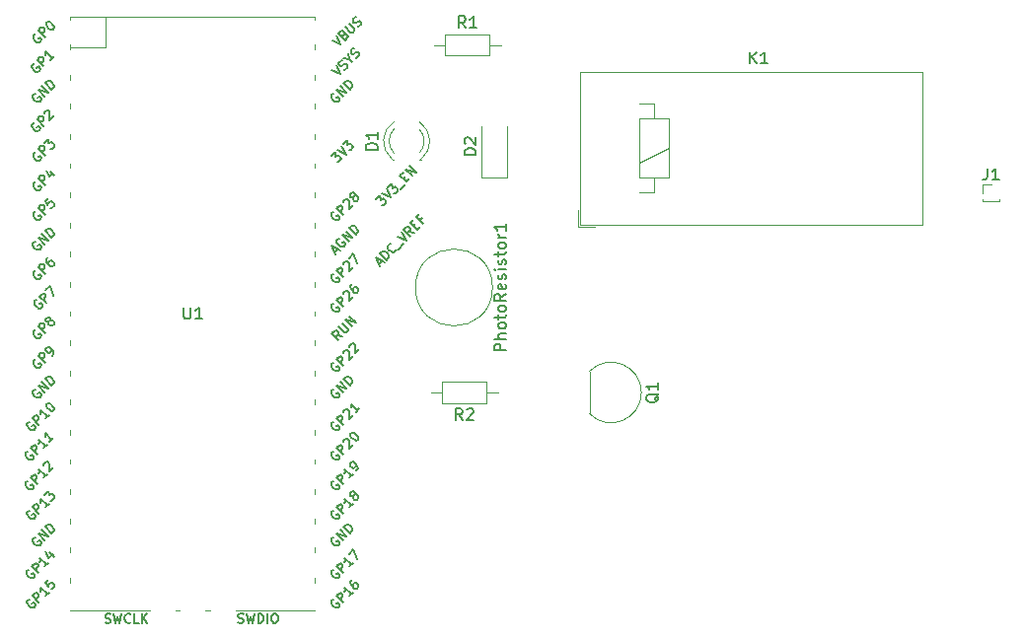
<source format=gbr>
%TF.GenerationSoftware,KiCad,Pcbnew,8.0.0*%
%TF.CreationDate,2024-03-31T23:26:35-03:00*%
%TF.ProjectId,Ponderada Semana 6,506f6e64-6572-4616-9461-2053656d616e,rev?*%
%TF.SameCoordinates,Original*%
%TF.FileFunction,Legend,Top*%
%TF.FilePolarity,Positive*%
%FSLAX46Y46*%
G04 Gerber Fmt 4.6, Leading zero omitted, Abs format (unit mm)*
G04 Created by KiCad (PCBNEW 8.0.0) date 2024-03-31 23:26:35*
%MOMM*%
%LPD*%
G01*
G04 APERTURE LIST*
%ADD10C,0.150000*%
%ADD11C,0.120000*%
%ADD12C,0.100000*%
G04 APERTURE END LIST*
D10*
X152863333Y-103339819D02*
X152530000Y-102863628D01*
X152291905Y-103339819D02*
X152291905Y-102339819D01*
X152291905Y-102339819D02*
X152672857Y-102339819D01*
X152672857Y-102339819D02*
X152768095Y-102387438D01*
X152768095Y-102387438D02*
X152815714Y-102435057D01*
X152815714Y-102435057D02*
X152863333Y-102530295D01*
X152863333Y-102530295D02*
X152863333Y-102673152D01*
X152863333Y-102673152D02*
X152815714Y-102768390D01*
X152815714Y-102768390D02*
X152768095Y-102816009D01*
X152768095Y-102816009D02*
X152672857Y-102863628D01*
X152672857Y-102863628D02*
X152291905Y-102863628D01*
X153244286Y-102435057D02*
X153291905Y-102387438D01*
X153291905Y-102387438D02*
X153387143Y-102339819D01*
X153387143Y-102339819D02*
X153625238Y-102339819D01*
X153625238Y-102339819D02*
X153720476Y-102387438D01*
X153720476Y-102387438D02*
X153768095Y-102435057D01*
X153768095Y-102435057D02*
X153815714Y-102530295D01*
X153815714Y-102530295D02*
X153815714Y-102625533D01*
X153815714Y-102625533D02*
X153768095Y-102768390D01*
X153768095Y-102768390D02*
X153196667Y-103339819D01*
X153196667Y-103339819D02*
X153815714Y-103339819D01*
X153127333Y-69654819D02*
X152794000Y-69178628D01*
X152555905Y-69654819D02*
X152555905Y-68654819D01*
X152555905Y-68654819D02*
X152936857Y-68654819D01*
X152936857Y-68654819D02*
X153032095Y-68702438D01*
X153032095Y-68702438D02*
X153079714Y-68750057D01*
X153079714Y-68750057D02*
X153127333Y-68845295D01*
X153127333Y-68845295D02*
X153127333Y-68988152D01*
X153127333Y-68988152D02*
X153079714Y-69083390D01*
X153079714Y-69083390D02*
X153032095Y-69131009D01*
X153032095Y-69131009D02*
X152936857Y-69178628D01*
X152936857Y-69178628D02*
X152555905Y-69178628D01*
X154079714Y-69654819D02*
X153508286Y-69654819D01*
X153794000Y-69654819D02*
X153794000Y-68654819D01*
X153794000Y-68654819D02*
X153698762Y-68797676D01*
X153698762Y-68797676D02*
X153603524Y-68892914D01*
X153603524Y-68892914D02*
X153508286Y-68940533D01*
X145576819Y-80118094D02*
X144576819Y-80118094D01*
X144576819Y-80118094D02*
X144576819Y-79879999D01*
X144576819Y-79879999D02*
X144624438Y-79737142D01*
X144624438Y-79737142D02*
X144719676Y-79641904D01*
X144719676Y-79641904D02*
X144814914Y-79594285D01*
X144814914Y-79594285D02*
X145005390Y-79546666D01*
X145005390Y-79546666D02*
X145148247Y-79546666D01*
X145148247Y-79546666D02*
X145338723Y-79594285D01*
X145338723Y-79594285D02*
X145433961Y-79641904D01*
X145433961Y-79641904D02*
X145529200Y-79737142D01*
X145529200Y-79737142D02*
X145576819Y-79879999D01*
X145576819Y-79879999D02*
X145576819Y-80118094D01*
X145576819Y-78594285D02*
X145576819Y-79165713D01*
X145576819Y-78879999D02*
X144576819Y-78879999D01*
X144576819Y-78879999D02*
X144719676Y-78975237D01*
X144719676Y-78975237D02*
X144814914Y-79070475D01*
X144814914Y-79070475D02*
X144862533Y-79165713D01*
X128960095Y-93640819D02*
X128960095Y-94450342D01*
X128960095Y-94450342D02*
X129007714Y-94545580D01*
X129007714Y-94545580D02*
X129055333Y-94593200D01*
X129055333Y-94593200D02*
X129150571Y-94640819D01*
X129150571Y-94640819D02*
X129341047Y-94640819D01*
X129341047Y-94640819D02*
X129436285Y-94593200D01*
X129436285Y-94593200D02*
X129483904Y-94545580D01*
X129483904Y-94545580D02*
X129531523Y-94450342D01*
X129531523Y-94450342D02*
X129531523Y-93640819D01*
X130531523Y-94640819D02*
X129960095Y-94640819D01*
X130245809Y-94640819D02*
X130245809Y-93640819D01*
X130245809Y-93640819D02*
X130150571Y-93783676D01*
X130150571Y-93783676D02*
X130055333Y-93878914D01*
X130055333Y-93878914D02*
X129960095Y-93926533D01*
X141819998Y-90776868D02*
X141739185Y-90803805D01*
X141739185Y-90803805D02*
X141658373Y-90884618D01*
X141658373Y-90884618D02*
X141604498Y-90992367D01*
X141604498Y-90992367D02*
X141604498Y-91100117D01*
X141604498Y-91100117D02*
X141631436Y-91180929D01*
X141631436Y-91180929D02*
X141712248Y-91315616D01*
X141712248Y-91315616D02*
X141793060Y-91396428D01*
X141793060Y-91396428D02*
X141927747Y-91477241D01*
X141927747Y-91477241D02*
X142008560Y-91504178D01*
X142008560Y-91504178D02*
X142116309Y-91504178D01*
X142116309Y-91504178D02*
X142224059Y-91450303D01*
X142224059Y-91450303D02*
X142277934Y-91396428D01*
X142277934Y-91396428D02*
X142331808Y-91288679D01*
X142331808Y-91288679D02*
X142331808Y-91234804D01*
X142331808Y-91234804D02*
X142143247Y-91046242D01*
X142143247Y-91046242D02*
X142035497Y-91153992D01*
X142628120Y-91046242D02*
X142062434Y-90480557D01*
X142062434Y-90480557D02*
X142277934Y-90265057D01*
X142277934Y-90265057D02*
X142358746Y-90238120D01*
X142358746Y-90238120D02*
X142412621Y-90238120D01*
X142412621Y-90238120D02*
X142493433Y-90265057D01*
X142493433Y-90265057D02*
X142574245Y-90345870D01*
X142574245Y-90345870D02*
X142601182Y-90426682D01*
X142601182Y-90426682D02*
X142601182Y-90480557D01*
X142601182Y-90480557D02*
X142574245Y-90561369D01*
X142574245Y-90561369D02*
X142358746Y-90776868D01*
X142655057Y-89995683D02*
X142655057Y-89941809D01*
X142655057Y-89941809D02*
X142681995Y-89860996D01*
X142681995Y-89860996D02*
X142816682Y-89726309D01*
X142816682Y-89726309D02*
X142897494Y-89699372D01*
X142897494Y-89699372D02*
X142951369Y-89699372D01*
X142951369Y-89699372D02*
X143032181Y-89726309D01*
X143032181Y-89726309D02*
X143086056Y-89780184D01*
X143086056Y-89780184D02*
X143139930Y-89887934D01*
X143139930Y-89887934D02*
X143139930Y-90534431D01*
X143139930Y-90534431D02*
X143490117Y-90184245D01*
X143112993Y-89429998D02*
X143490117Y-89052874D01*
X143490117Y-89052874D02*
X143813366Y-89860996D01*
X142560651Y-96129710D02*
X142102716Y-96048898D01*
X142237403Y-96452959D02*
X141671717Y-95887274D01*
X141671717Y-95887274D02*
X141887216Y-95671775D01*
X141887216Y-95671775D02*
X141968029Y-95644837D01*
X141968029Y-95644837D02*
X142021903Y-95644837D01*
X142021903Y-95644837D02*
X142102716Y-95671775D01*
X142102716Y-95671775D02*
X142183528Y-95752587D01*
X142183528Y-95752587D02*
X142210465Y-95833399D01*
X142210465Y-95833399D02*
X142210465Y-95887274D01*
X142210465Y-95887274D02*
X142183528Y-95968086D01*
X142183528Y-95968086D02*
X141968029Y-96183585D01*
X142237403Y-95321588D02*
X142695338Y-95779524D01*
X142695338Y-95779524D02*
X142776151Y-95806462D01*
X142776151Y-95806462D02*
X142830025Y-95806462D01*
X142830025Y-95806462D02*
X142910838Y-95779524D01*
X142910838Y-95779524D02*
X143018587Y-95671775D01*
X143018587Y-95671775D02*
X143045525Y-95590962D01*
X143045525Y-95590962D02*
X143045525Y-95537088D01*
X143045525Y-95537088D02*
X143018587Y-95456275D01*
X143018587Y-95456275D02*
X142560651Y-94998340D01*
X143395711Y-95294651D02*
X142830025Y-94728966D01*
X142830025Y-94728966D02*
X143718959Y-94971402D01*
X143718959Y-94971402D02*
X143153274Y-94405717D01*
X115711998Y-103466868D02*
X115631185Y-103493805D01*
X115631185Y-103493805D02*
X115550373Y-103574618D01*
X115550373Y-103574618D02*
X115496498Y-103682367D01*
X115496498Y-103682367D02*
X115496498Y-103790117D01*
X115496498Y-103790117D02*
X115523436Y-103870929D01*
X115523436Y-103870929D02*
X115604248Y-104005616D01*
X115604248Y-104005616D02*
X115685060Y-104086428D01*
X115685060Y-104086428D02*
X115819747Y-104167241D01*
X115819747Y-104167241D02*
X115900560Y-104194178D01*
X115900560Y-104194178D02*
X116008309Y-104194178D01*
X116008309Y-104194178D02*
X116116059Y-104140303D01*
X116116059Y-104140303D02*
X116169934Y-104086428D01*
X116169934Y-104086428D02*
X116223808Y-103978679D01*
X116223808Y-103978679D02*
X116223808Y-103924804D01*
X116223808Y-103924804D02*
X116035247Y-103736242D01*
X116035247Y-103736242D02*
X115927497Y-103843992D01*
X116520120Y-103736242D02*
X115954434Y-103170557D01*
X115954434Y-103170557D02*
X116169934Y-102955057D01*
X116169934Y-102955057D02*
X116250746Y-102928120D01*
X116250746Y-102928120D02*
X116304621Y-102928120D01*
X116304621Y-102928120D02*
X116385433Y-102955057D01*
X116385433Y-102955057D02*
X116466245Y-103035870D01*
X116466245Y-103035870D02*
X116493182Y-103116682D01*
X116493182Y-103116682D02*
X116493182Y-103170557D01*
X116493182Y-103170557D02*
X116466245Y-103251369D01*
X116466245Y-103251369D02*
X116250746Y-103466868D01*
X117382117Y-102874245D02*
X117058868Y-103197494D01*
X117220492Y-103035870D02*
X116654807Y-102470184D01*
X116654807Y-102470184D02*
X116681744Y-102604871D01*
X116681744Y-102604871D02*
X116681744Y-102712621D01*
X116681744Y-102712621D02*
X116654807Y-102793433D01*
X117166618Y-101958373D02*
X117220492Y-101904499D01*
X117220492Y-101904499D02*
X117301305Y-101877561D01*
X117301305Y-101877561D02*
X117355179Y-101877561D01*
X117355179Y-101877561D02*
X117435992Y-101904499D01*
X117435992Y-101904499D02*
X117570679Y-101985311D01*
X117570679Y-101985311D02*
X117705366Y-102119998D01*
X117705366Y-102119998D02*
X117786178Y-102254685D01*
X117786178Y-102254685D02*
X117813115Y-102335497D01*
X117813115Y-102335497D02*
X117813115Y-102389372D01*
X117813115Y-102389372D02*
X117786178Y-102470184D01*
X117786178Y-102470184D02*
X117732303Y-102524059D01*
X117732303Y-102524059D02*
X117651491Y-102550996D01*
X117651491Y-102550996D02*
X117597616Y-102550996D01*
X117597616Y-102550996D02*
X117516804Y-102524059D01*
X117516804Y-102524059D02*
X117382117Y-102443247D01*
X117382117Y-102443247D02*
X117247430Y-102308560D01*
X117247430Y-102308560D02*
X117166618Y-102173873D01*
X117166618Y-102173873D02*
X117139680Y-102093060D01*
X117139680Y-102093060D02*
X117139680Y-102039186D01*
X117139680Y-102039186D02*
X117166618Y-101958373D01*
X116135372Y-72707494D02*
X116054560Y-72734431D01*
X116054560Y-72734431D02*
X115973748Y-72815243D01*
X115973748Y-72815243D02*
X115919873Y-72922993D01*
X115919873Y-72922993D02*
X115919873Y-73030742D01*
X115919873Y-73030742D02*
X115946810Y-73111555D01*
X115946810Y-73111555D02*
X116027623Y-73246242D01*
X116027623Y-73246242D02*
X116108435Y-73327054D01*
X116108435Y-73327054D02*
X116243122Y-73407866D01*
X116243122Y-73407866D02*
X116323934Y-73434803D01*
X116323934Y-73434803D02*
X116431684Y-73434803D01*
X116431684Y-73434803D02*
X116539433Y-73380929D01*
X116539433Y-73380929D02*
X116593308Y-73327054D01*
X116593308Y-73327054D02*
X116647183Y-73219304D01*
X116647183Y-73219304D02*
X116647183Y-73165429D01*
X116647183Y-73165429D02*
X116458621Y-72976868D01*
X116458621Y-72976868D02*
X116350871Y-73084617D01*
X116943494Y-72976868D02*
X116377809Y-72411182D01*
X116377809Y-72411182D02*
X116593308Y-72195683D01*
X116593308Y-72195683D02*
X116674120Y-72168746D01*
X116674120Y-72168746D02*
X116727995Y-72168746D01*
X116727995Y-72168746D02*
X116808807Y-72195683D01*
X116808807Y-72195683D02*
X116889619Y-72276495D01*
X116889619Y-72276495D02*
X116916557Y-72357307D01*
X116916557Y-72357307D02*
X116916557Y-72411182D01*
X116916557Y-72411182D02*
X116889619Y-72491994D01*
X116889619Y-72491994D02*
X116674120Y-72707494D01*
X117805491Y-72114871D02*
X117482242Y-72438120D01*
X117643867Y-72276495D02*
X117078181Y-71710810D01*
X117078181Y-71710810D02*
X117105119Y-71845497D01*
X117105119Y-71845497D02*
X117105119Y-71953246D01*
X117105119Y-71953246D02*
X117078181Y-72034059D01*
X115565998Y-108546868D02*
X115485185Y-108573805D01*
X115485185Y-108573805D02*
X115404373Y-108654618D01*
X115404373Y-108654618D02*
X115350498Y-108762367D01*
X115350498Y-108762367D02*
X115350498Y-108870117D01*
X115350498Y-108870117D02*
X115377436Y-108950929D01*
X115377436Y-108950929D02*
X115458248Y-109085616D01*
X115458248Y-109085616D02*
X115539060Y-109166428D01*
X115539060Y-109166428D02*
X115673747Y-109247241D01*
X115673747Y-109247241D02*
X115754560Y-109274178D01*
X115754560Y-109274178D02*
X115862309Y-109274178D01*
X115862309Y-109274178D02*
X115970059Y-109220303D01*
X115970059Y-109220303D02*
X116023934Y-109166428D01*
X116023934Y-109166428D02*
X116077808Y-109058679D01*
X116077808Y-109058679D02*
X116077808Y-109004804D01*
X116077808Y-109004804D02*
X115889247Y-108816242D01*
X115889247Y-108816242D02*
X115781497Y-108923992D01*
X116374120Y-108816242D02*
X115808434Y-108250557D01*
X115808434Y-108250557D02*
X116023934Y-108035057D01*
X116023934Y-108035057D02*
X116104746Y-108008120D01*
X116104746Y-108008120D02*
X116158621Y-108008120D01*
X116158621Y-108008120D02*
X116239433Y-108035057D01*
X116239433Y-108035057D02*
X116320245Y-108115870D01*
X116320245Y-108115870D02*
X116347182Y-108196682D01*
X116347182Y-108196682D02*
X116347182Y-108250557D01*
X116347182Y-108250557D02*
X116320245Y-108331369D01*
X116320245Y-108331369D02*
X116104746Y-108546868D01*
X117236117Y-107954245D02*
X116912868Y-108277494D01*
X117074492Y-108115870D02*
X116508807Y-107550184D01*
X116508807Y-107550184D02*
X116535744Y-107684871D01*
X116535744Y-107684871D02*
X116535744Y-107792621D01*
X116535744Y-107792621D02*
X116508807Y-107873433D01*
X116939805Y-107226935D02*
X116939805Y-107173060D01*
X116939805Y-107173060D02*
X116966743Y-107092248D01*
X116966743Y-107092248D02*
X117101430Y-106957561D01*
X117101430Y-106957561D02*
X117182242Y-106930624D01*
X117182242Y-106930624D02*
X117236117Y-106930624D01*
X117236117Y-106930624D02*
X117316929Y-106957561D01*
X117316929Y-106957561D02*
X117370804Y-107011436D01*
X117370804Y-107011436D02*
X117424679Y-107119186D01*
X117424679Y-107119186D02*
X117424679Y-107765683D01*
X117424679Y-107765683D02*
X117774865Y-107415497D01*
X141642749Y-73256242D02*
X142396996Y-73633366D01*
X142396996Y-73633366D02*
X142019873Y-72879118D01*
X142720245Y-73256242D02*
X142827995Y-73202367D01*
X142827995Y-73202367D02*
X142962682Y-73067680D01*
X142962682Y-73067680D02*
X142989619Y-72986868D01*
X142989619Y-72986868D02*
X142989619Y-72932993D01*
X142989619Y-72932993D02*
X142962682Y-72852181D01*
X142962682Y-72852181D02*
X142908807Y-72798306D01*
X142908807Y-72798306D02*
X142827995Y-72771369D01*
X142827995Y-72771369D02*
X142774120Y-72771369D01*
X142774120Y-72771369D02*
X142693308Y-72798306D01*
X142693308Y-72798306D02*
X142558621Y-72879118D01*
X142558621Y-72879118D02*
X142477808Y-72906056D01*
X142477808Y-72906056D02*
X142423934Y-72906056D01*
X142423934Y-72906056D02*
X142343121Y-72879118D01*
X142343121Y-72879118D02*
X142289247Y-72825244D01*
X142289247Y-72825244D02*
X142262309Y-72744431D01*
X142262309Y-72744431D02*
X142262309Y-72690557D01*
X142262309Y-72690557D02*
X142289247Y-72609744D01*
X142289247Y-72609744D02*
X142423934Y-72475057D01*
X142423934Y-72475057D02*
X142531683Y-72421183D01*
X143151244Y-72340370D02*
X143420618Y-72609744D01*
X142666370Y-72232621D02*
X143151244Y-72340370D01*
X143151244Y-72340370D02*
X143043494Y-71855497D01*
X143743866Y-72232621D02*
X143851616Y-72178746D01*
X143851616Y-72178746D02*
X143986303Y-72044059D01*
X143986303Y-72044059D02*
X144013240Y-71963247D01*
X144013240Y-71963247D02*
X144013240Y-71909372D01*
X144013240Y-71909372D02*
X143986303Y-71828560D01*
X143986303Y-71828560D02*
X143932428Y-71774685D01*
X143932428Y-71774685D02*
X143851616Y-71747748D01*
X143851616Y-71747748D02*
X143797741Y-71747748D01*
X143797741Y-71747748D02*
X143716929Y-71774685D01*
X143716929Y-71774685D02*
X143582242Y-71855497D01*
X143582242Y-71855497D02*
X143501430Y-71882435D01*
X143501430Y-71882435D02*
X143447555Y-71882435D01*
X143447555Y-71882435D02*
X143366743Y-71855497D01*
X143366743Y-71855497D02*
X143312868Y-71801622D01*
X143312868Y-71801622D02*
X143285930Y-71720810D01*
X143285930Y-71720810D02*
X143285930Y-71666935D01*
X143285930Y-71666935D02*
X143312868Y-71586123D01*
X143312868Y-71586123D02*
X143447555Y-71451436D01*
X143447555Y-71451436D02*
X143555304Y-71397561D01*
X115665998Y-116166868D02*
X115585185Y-116193805D01*
X115585185Y-116193805D02*
X115504373Y-116274618D01*
X115504373Y-116274618D02*
X115450498Y-116382367D01*
X115450498Y-116382367D02*
X115450498Y-116490117D01*
X115450498Y-116490117D02*
X115477436Y-116570929D01*
X115477436Y-116570929D02*
X115558248Y-116705616D01*
X115558248Y-116705616D02*
X115639060Y-116786428D01*
X115639060Y-116786428D02*
X115773747Y-116867241D01*
X115773747Y-116867241D02*
X115854560Y-116894178D01*
X115854560Y-116894178D02*
X115962309Y-116894178D01*
X115962309Y-116894178D02*
X116070059Y-116840303D01*
X116070059Y-116840303D02*
X116123934Y-116786428D01*
X116123934Y-116786428D02*
X116177808Y-116678679D01*
X116177808Y-116678679D02*
X116177808Y-116624804D01*
X116177808Y-116624804D02*
X115989247Y-116436242D01*
X115989247Y-116436242D02*
X115881497Y-116543992D01*
X116474120Y-116436242D02*
X115908434Y-115870557D01*
X115908434Y-115870557D02*
X116123934Y-115655057D01*
X116123934Y-115655057D02*
X116204746Y-115628120D01*
X116204746Y-115628120D02*
X116258621Y-115628120D01*
X116258621Y-115628120D02*
X116339433Y-115655057D01*
X116339433Y-115655057D02*
X116420245Y-115735870D01*
X116420245Y-115735870D02*
X116447182Y-115816682D01*
X116447182Y-115816682D02*
X116447182Y-115870557D01*
X116447182Y-115870557D02*
X116420245Y-115951369D01*
X116420245Y-115951369D02*
X116204746Y-116166868D01*
X117336117Y-115574245D02*
X117012868Y-115897494D01*
X117174492Y-115735870D02*
X116608807Y-115170184D01*
X116608807Y-115170184D02*
X116635744Y-115304871D01*
X116635744Y-115304871D02*
X116635744Y-115412621D01*
X116635744Y-115412621D02*
X116608807Y-115493433D01*
X117443866Y-114712248D02*
X117820990Y-115089372D01*
X117093680Y-114631436D02*
X117363054Y-115170184D01*
X117363054Y-115170184D02*
X117713240Y-114819998D01*
X116208435Y-100684431D02*
X116127623Y-100711368D01*
X116127623Y-100711368D02*
X116046811Y-100792180D01*
X116046811Y-100792180D02*
X115992936Y-100899930D01*
X115992936Y-100899930D02*
X115992936Y-101007680D01*
X115992936Y-101007680D02*
X116019873Y-101088492D01*
X116019873Y-101088492D02*
X116100685Y-101223179D01*
X116100685Y-101223179D02*
X116181498Y-101303991D01*
X116181498Y-101303991D02*
X116316185Y-101384803D01*
X116316185Y-101384803D02*
X116396997Y-101411741D01*
X116396997Y-101411741D02*
X116504746Y-101411741D01*
X116504746Y-101411741D02*
X116612496Y-101357866D01*
X116612496Y-101357866D02*
X116666371Y-101303991D01*
X116666371Y-101303991D02*
X116720246Y-101196241D01*
X116720246Y-101196241D02*
X116720246Y-101142367D01*
X116720246Y-101142367D02*
X116531684Y-100953805D01*
X116531684Y-100953805D02*
X116423934Y-101061554D01*
X117016557Y-100953805D02*
X116450872Y-100388119D01*
X116450872Y-100388119D02*
X117339806Y-100630556D01*
X117339806Y-100630556D02*
X116774120Y-100064871D01*
X117609180Y-100361182D02*
X117043494Y-99795497D01*
X117043494Y-99795497D02*
X117178181Y-99660810D01*
X117178181Y-99660810D02*
X117285931Y-99606935D01*
X117285931Y-99606935D02*
X117393680Y-99606935D01*
X117393680Y-99606935D02*
X117474493Y-99633872D01*
X117474493Y-99633872D02*
X117609180Y-99714685D01*
X117609180Y-99714685D02*
X117689992Y-99795497D01*
X117689992Y-99795497D02*
X117770804Y-99930184D01*
X117770804Y-99930184D02*
X117797741Y-100010996D01*
X117797741Y-100010996D02*
X117797741Y-100118746D01*
X117797741Y-100118746D02*
X117743867Y-100226495D01*
X117743867Y-100226495D02*
X117609180Y-100361182D01*
X141819998Y-98386868D02*
X141739185Y-98413805D01*
X141739185Y-98413805D02*
X141658373Y-98494618D01*
X141658373Y-98494618D02*
X141604498Y-98602367D01*
X141604498Y-98602367D02*
X141604498Y-98710117D01*
X141604498Y-98710117D02*
X141631436Y-98790929D01*
X141631436Y-98790929D02*
X141712248Y-98925616D01*
X141712248Y-98925616D02*
X141793060Y-99006428D01*
X141793060Y-99006428D02*
X141927747Y-99087241D01*
X141927747Y-99087241D02*
X142008560Y-99114178D01*
X142008560Y-99114178D02*
X142116309Y-99114178D01*
X142116309Y-99114178D02*
X142224059Y-99060303D01*
X142224059Y-99060303D02*
X142277934Y-99006428D01*
X142277934Y-99006428D02*
X142331808Y-98898679D01*
X142331808Y-98898679D02*
X142331808Y-98844804D01*
X142331808Y-98844804D02*
X142143247Y-98656242D01*
X142143247Y-98656242D02*
X142035497Y-98763992D01*
X142628120Y-98656242D02*
X142062434Y-98090557D01*
X142062434Y-98090557D02*
X142277934Y-97875057D01*
X142277934Y-97875057D02*
X142358746Y-97848120D01*
X142358746Y-97848120D02*
X142412621Y-97848120D01*
X142412621Y-97848120D02*
X142493433Y-97875057D01*
X142493433Y-97875057D02*
X142574245Y-97955870D01*
X142574245Y-97955870D02*
X142601182Y-98036682D01*
X142601182Y-98036682D02*
X142601182Y-98090557D01*
X142601182Y-98090557D02*
X142574245Y-98171369D01*
X142574245Y-98171369D02*
X142358746Y-98386868D01*
X142655057Y-97605683D02*
X142655057Y-97551809D01*
X142655057Y-97551809D02*
X142681995Y-97470996D01*
X142681995Y-97470996D02*
X142816682Y-97336309D01*
X142816682Y-97336309D02*
X142897494Y-97309372D01*
X142897494Y-97309372D02*
X142951369Y-97309372D01*
X142951369Y-97309372D02*
X143032181Y-97336309D01*
X143032181Y-97336309D02*
X143086056Y-97390184D01*
X143086056Y-97390184D02*
X143139930Y-97497934D01*
X143139930Y-97497934D02*
X143139930Y-98144431D01*
X143139930Y-98144431D02*
X143490117Y-97794245D01*
X143193805Y-97066935D02*
X143193805Y-97013060D01*
X143193805Y-97013060D02*
X143220743Y-96932248D01*
X143220743Y-96932248D02*
X143355430Y-96797561D01*
X143355430Y-96797561D02*
X143436242Y-96770624D01*
X143436242Y-96770624D02*
X143490117Y-96770624D01*
X143490117Y-96770624D02*
X143570929Y-96797561D01*
X143570929Y-96797561D02*
X143624804Y-96851436D01*
X143624804Y-96851436D02*
X143678679Y-96959186D01*
X143678679Y-96959186D02*
X143678679Y-97605683D01*
X143678679Y-97605683D02*
X144028865Y-97255497D01*
X141819998Y-103476868D02*
X141739185Y-103503805D01*
X141739185Y-103503805D02*
X141658373Y-103584618D01*
X141658373Y-103584618D02*
X141604498Y-103692367D01*
X141604498Y-103692367D02*
X141604498Y-103800117D01*
X141604498Y-103800117D02*
X141631436Y-103880929D01*
X141631436Y-103880929D02*
X141712248Y-104015616D01*
X141712248Y-104015616D02*
X141793060Y-104096428D01*
X141793060Y-104096428D02*
X141927747Y-104177241D01*
X141927747Y-104177241D02*
X142008560Y-104204178D01*
X142008560Y-104204178D02*
X142116309Y-104204178D01*
X142116309Y-104204178D02*
X142224059Y-104150303D01*
X142224059Y-104150303D02*
X142277934Y-104096428D01*
X142277934Y-104096428D02*
X142331808Y-103988679D01*
X142331808Y-103988679D02*
X142331808Y-103934804D01*
X142331808Y-103934804D02*
X142143247Y-103746242D01*
X142143247Y-103746242D02*
X142035497Y-103853992D01*
X142628120Y-103746242D02*
X142062434Y-103180557D01*
X142062434Y-103180557D02*
X142277934Y-102965057D01*
X142277934Y-102965057D02*
X142358746Y-102938120D01*
X142358746Y-102938120D02*
X142412621Y-102938120D01*
X142412621Y-102938120D02*
X142493433Y-102965057D01*
X142493433Y-102965057D02*
X142574245Y-103045870D01*
X142574245Y-103045870D02*
X142601182Y-103126682D01*
X142601182Y-103126682D02*
X142601182Y-103180557D01*
X142601182Y-103180557D02*
X142574245Y-103261369D01*
X142574245Y-103261369D02*
X142358746Y-103476868D01*
X142655057Y-102695683D02*
X142655057Y-102641809D01*
X142655057Y-102641809D02*
X142681995Y-102560996D01*
X142681995Y-102560996D02*
X142816682Y-102426309D01*
X142816682Y-102426309D02*
X142897494Y-102399372D01*
X142897494Y-102399372D02*
X142951369Y-102399372D01*
X142951369Y-102399372D02*
X143032181Y-102426309D01*
X143032181Y-102426309D02*
X143086056Y-102480184D01*
X143086056Y-102480184D02*
X143139930Y-102587934D01*
X143139930Y-102587934D02*
X143139930Y-103234431D01*
X143139930Y-103234431D02*
X143490117Y-102884245D01*
X144028865Y-102345497D02*
X143705616Y-102668746D01*
X143867240Y-102507121D02*
X143301555Y-101941436D01*
X143301555Y-101941436D02*
X143328492Y-102076123D01*
X143328492Y-102076123D02*
X143328492Y-102183873D01*
X143328492Y-102183873D02*
X143301555Y-102264685D01*
X116235372Y-90497494D02*
X116154560Y-90524431D01*
X116154560Y-90524431D02*
X116073748Y-90605243D01*
X116073748Y-90605243D02*
X116019873Y-90712993D01*
X116019873Y-90712993D02*
X116019873Y-90820742D01*
X116019873Y-90820742D02*
X116046810Y-90901555D01*
X116046810Y-90901555D02*
X116127623Y-91036242D01*
X116127623Y-91036242D02*
X116208435Y-91117054D01*
X116208435Y-91117054D02*
X116343122Y-91197866D01*
X116343122Y-91197866D02*
X116423934Y-91224803D01*
X116423934Y-91224803D02*
X116531684Y-91224803D01*
X116531684Y-91224803D02*
X116639433Y-91170929D01*
X116639433Y-91170929D02*
X116693308Y-91117054D01*
X116693308Y-91117054D02*
X116747183Y-91009304D01*
X116747183Y-91009304D02*
X116747183Y-90955429D01*
X116747183Y-90955429D02*
X116558621Y-90766868D01*
X116558621Y-90766868D02*
X116450871Y-90874617D01*
X117043494Y-90766868D02*
X116477809Y-90201182D01*
X116477809Y-90201182D02*
X116693308Y-89985683D01*
X116693308Y-89985683D02*
X116774120Y-89958746D01*
X116774120Y-89958746D02*
X116827995Y-89958746D01*
X116827995Y-89958746D02*
X116908807Y-89985683D01*
X116908807Y-89985683D02*
X116989619Y-90066495D01*
X116989619Y-90066495D02*
X117016557Y-90147307D01*
X117016557Y-90147307D02*
X117016557Y-90201182D01*
X117016557Y-90201182D02*
X116989619Y-90281994D01*
X116989619Y-90281994D02*
X116774120Y-90497494D01*
X117285931Y-89393060D02*
X117178181Y-89500810D01*
X117178181Y-89500810D02*
X117151244Y-89581622D01*
X117151244Y-89581622D02*
X117151244Y-89635497D01*
X117151244Y-89635497D02*
X117178181Y-89770184D01*
X117178181Y-89770184D02*
X117258993Y-89904871D01*
X117258993Y-89904871D02*
X117474493Y-90120370D01*
X117474493Y-90120370D02*
X117555305Y-90147307D01*
X117555305Y-90147307D02*
X117609180Y-90147307D01*
X117609180Y-90147307D02*
X117689992Y-90120370D01*
X117689992Y-90120370D02*
X117797741Y-90012620D01*
X117797741Y-90012620D02*
X117824679Y-89931808D01*
X117824679Y-89931808D02*
X117824679Y-89877933D01*
X117824679Y-89877933D02*
X117797741Y-89797121D01*
X117797741Y-89797121D02*
X117663054Y-89662434D01*
X117663054Y-89662434D02*
X117582242Y-89635497D01*
X117582242Y-89635497D02*
X117528367Y-89635497D01*
X117528367Y-89635497D02*
X117447555Y-89662434D01*
X117447555Y-89662434D02*
X117339806Y-89770184D01*
X117339806Y-89770184D02*
X117312868Y-89850996D01*
X117312868Y-89850996D02*
X117312868Y-89904871D01*
X117312868Y-89904871D02*
X117339806Y-89985683D01*
X141819998Y-111086868D02*
X141739185Y-111113805D01*
X141739185Y-111113805D02*
X141658373Y-111194618D01*
X141658373Y-111194618D02*
X141604498Y-111302367D01*
X141604498Y-111302367D02*
X141604498Y-111410117D01*
X141604498Y-111410117D02*
X141631436Y-111490929D01*
X141631436Y-111490929D02*
X141712248Y-111625616D01*
X141712248Y-111625616D02*
X141793060Y-111706428D01*
X141793060Y-111706428D02*
X141927747Y-111787241D01*
X141927747Y-111787241D02*
X142008560Y-111814178D01*
X142008560Y-111814178D02*
X142116309Y-111814178D01*
X142116309Y-111814178D02*
X142224059Y-111760303D01*
X142224059Y-111760303D02*
X142277934Y-111706428D01*
X142277934Y-111706428D02*
X142331808Y-111598679D01*
X142331808Y-111598679D02*
X142331808Y-111544804D01*
X142331808Y-111544804D02*
X142143247Y-111356242D01*
X142143247Y-111356242D02*
X142035497Y-111463992D01*
X142628120Y-111356242D02*
X142062434Y-110790557D01*
X142062434Y-110790557D02*
X142277934Y-110575057D01*
X142277934Y-110575057D02*
X142358746Y-110548120D01*
X142358746Y-110548120D02*
X142412621Y-110548120D01*
X142412621Y-110548120D02*
X142493433Y-110575057D01*
X142493433Y-110575057D02*
X142574245Y-110655870D01*
X142574245Y-110655870D02*
X142601182Y-110736682D01*
X142601182Y-110736682D02*
X142601182Y-110790557D01*
X142601182Y-110790557D02*
X142574245Y-110871369D01*
X142574245Y-110871369D02*
X142358746Y-111086868D01*
X143490117Y-110494245D02*
X143166868Y-110817494D01*
X143328492Y-110655870D02*
X142762807Y-110090184D01*
X142762807Y-110090184D02*
X142789744Y-110224871D01*
X142789744Y-110224871D02*
X142789744Y-110332621D01*
X142789744Y-110332621D02*
X142762807Y-110413433D01*
X143490117Y-109847747D02*
X143409305Y-109874685D01*
X143409305Y-109874685D02*
X143355430Y-109874685D01*
X143355430Y-109874685D02*
X143274618Y-109847747D01*
X143274618Y-109847747D02*
X143247680Y-109820810D01*
X143247680Y-109820810D02*
X143220743Y-109739998D01*
X143220743Y-109739998D02*
X143220743Y-109686123D01*
X143220743Y-109686123D02*
X143247680Y-109605311D01*
X143247680Y-109605311D02*
X143355430Y-109497561D01*
X143355430Y-109497561D02*
X143436242Y-109470624D01*
X143436242Y-109470624D02*
X143490117Y-109470624D01*
X143490117Y-109470624D02*
X143570929Y-109497561D01*
X143570929Y-109497561D02*
X143597866Y-109524499D01*
X143597866Y-109524499D02*
X143624804Y-109605311D01*
X143624804Y-109605311D02*
X143624804Y-109659186D01*
X143624804Y-109659186D02*
X143597866Y-109739998D01*
X143597866Y-109739998D02*
X143490117Y-109847747D01*
X143490117Y-109847747D02*
X143463179Y-109928560D01*
X143463179Y-109928560D02*
X143463179Y-109982434D01*
X143463179Y-109982434D02*
X143490117Y-110063247D01*
X143490117Y-110063247D02*
X143597866Y-110170996D01*
X143597866Y-110170996D02*
X143678679Y-110197934D01*
X143678679Y-110197934D02*
X143732553Y-110197934D01*
X143732553Y-110197934D02*
X143813366Y-110170996D01*
X143813366Y-110170996D02*
X143921115Y-110063247D01*
X143921115Y-110063247D02*
X143948053Y-109982434D01*
X143948053Y-109982434D02*
X143948053Y-109928560D01*
X143948053Y-109928560D02*
X143921115Y-109847747D01*
X143921115Y-109847747D02*
X143813366Y-109739998D01*
X143813366Y-109739998D02*
X143732553Y-109713060D01*
X143732553Y-109713060D02*
X143678679Y-109713060D01*
X143678679Y-109713060D02*
X143597866Y-109739998D01*
X116135372Y-77797494D02*
X116054560Y-77824431D01*
X116054560Y-77824431D02*
X115973748Y-77905243D01*
X115973748Y-77905243D02*
X115919873Y-78012993D01*
X115919873Y-78012993D02*
X115919873Y-78120742D01*
X115919873Y-78120742D02*
X115946810Y-78201555D01*
X115946810Y-78201555D02*
X116027623Y-78336242D01*
X116027623Y-78336242D02*
X116108435Y-78417054D01*
X116108435Y-78417054D02*
X116243122Y-78497866D01*
X116243122Y-78497866D02*
X116323934Y-78524803D01*
X116323934Y-78524803D02*
X116431684Y-78524803D01*
X116431684Y-78524803D02*
X116539433Y-78470929D01*
X116539433Y-78470929D02*
X116593308Y-78417054D01*
X116593308Y-78417054D02*
X116647183Y-78309304D01*
X116647183Y-78309304D02*
X116647183Y-78255429D01*
X116647183Y-78255429D02*
X116458621Y-78066868D01*
X116458621Y-78066868D02*
X116350871Y-78174617D01*
X116943494Y-78066868D02*
X116377809Y-77501182D01*
X116377809Y-77501182D02*
X116593308Y-77285683D01*
X116593308Y-77285683D02*
X116674120Y-77258746D01*
X116674120Y-77258746D02*
X116727995Y-77258746D01*
X116727995Y-77258746D02*
X116808807Y-77285683D01*
X116808807Y-77285683D02*
X116889619Y-77366495D01*
X116889619Y-77366495D02*
X116916557Y-77447307D01*
X116916557Y-77447307D02*
X116916557Y-77501182D01*
X116916557Y-77501182D02*
X116889619Y-77581994D01*
X116889619Y-77581994D02*
X116674120Y-77797494D01*
X116970432Y-77016309D02*
X116970432Y-76962434D01*
X116970432Y-76962434D02*
X116997369Y-76881622D01*
X116997369Y-76881622D02*
X117132056Y-76746935D01*
X117132056Y-76746935D02*
X117212868Y-76719998D01*
X117212868Y-76719998D02*
X117266743Y-76719998D01*
X117266743Y-76719998D02*
X117347555Y-76746935D01*
X117347555Y-76746935D02*
X117401430Y-76800810D01*
X117401430Y-76800810D02*
X117455305Y-76908559D01*
X117455305Y-76908559D02*
X117455305Y-77555057D01*
X117455305Y-77555057D02*
X117805491Y-77204871D01*
X141819998Y-108546868D02*
X141739185Y-108573805D01*
X141739185Y-108573805D02*
X141658373Y-108654618D01*
X141658373Y-108654618D02*
X141604498Y-108762367D01*
X141604498Y-108762367D02*
X141604498Y-108870117D01*
X141604498Y-108870117D02*
X141631436Y-108950929D01*
X141631436Y-108950929D02*
X141712248Y-109085616D01*
X141712248Y-109085616D02*
X141793060Y-109166428D01*
X141793060Y-109166428D02*
X141927747Y-109247241D01*
X141927747Y-109247241D02*
X142008560Y-109274178D01*
X142008560Y-109274178D02*
X142116309Y-109274178D01*
X142116309Y-109274178D02*
X142224059Y-109220303D01*
X142224059Y-109220303D02*
X142277934Y-109166428D01*
X142277934Y-109166428D02*
X142331808Y-109058679D01*
X142331808Y-109058679D02*
X142331808Y-109004804D01*
X142331808Y-109004804D02*
X142143247Y-108816242D01*
X142143247Y-108816242D02*
X142035497Y-108923992D01*
X142628120Y-108816242D02*
X142062434Y-108250557D01*
X142062434Y-108250557D02*
X142277934Y-108035057D01*
X142277934Y-108035057D02*
X142358746Y-108008120D01*
X142358746Y-108008120D02*
X142412621Y-108008120D01*
X142412621Y-108008120D02*
X142493433Y-108035057D01*
X142493433Y-108035057D02*
X142574245Y-108115870D01*
X142574245Y-108115870D02*
X142601182Y-108196682D01*
X142601182Y-108196682D02*
X142601182Y-108250557D01*
X142601182Y-108250557D02*
X142574245Y-108331369D01*
X142574245Y-108331369D02*
X142358746Y-108546868D01*
X143490117Y-107954245D02*
X143166868Y-108277494D01*
X143328492Y-108115870D02*
X142762807Y-107550184D01*
X142762807Y-107550184D02*
X142789744Y-107684871D01*
X142789744Y-107684871D02*
X142789744Y-107792621D01*
X142789744Y-107792621D02*
X142762807Y-107873433D01*
X143759491Y-107684871D02*
X143867240Y-107577121D01*
X143867240Y-107577121D02*
X143894178Y-107496309D01*
X143894178Y-107496309D02*
X143894178Y-107442434D01*
X143894178Y-107442434D02*
X143867240Y-107307747D01*
X143867240Y-107307747D02*
X143786428Y-107173060D01*
X143786428Y-107173060D02*
X143570929Y-106957561D01*
X143570929Y-106957561D02*
X143490117Y-106930624D01*
X143490117Y-106930624D02*
X143436242Y-106930624D01*
X143436242Y-106930624D02*
X143355430Y-106957561D01*
X143355430Y-106957561D02*
X143247680Y-107065311D01*
X143247680Y-107065311D02*
X143220743Y-107146123D01*
X143220743Y-107146123D02*
X143220743Y-107199998D01*
X143220743Y-107199998D02*
X143247680Y-107280810D01*
X143247680Y-107280810D02*
X143382367Y-107415497D01*
X143382367Y-107415497D02*
X143463179Y-107442434D01*
X143463179Y-107442434D02*
X143517054Y-107442434D01*
X143517054Y-107442434D02*
X143597866Y-107415497D01*
X143597866Y-107415497D02*
X143705616Y-107307747D01*
X143705616Y-107307747D02*
X143732553Y-107226935D01*
X143732553Y-107226935D02*
X143732553Y-107173060D01*
X143732553Y-107173060D02*
X143705616Y-107092248D01*
X141819998Y-106006868D02*
X141739185Y-106033805D01*
X141739185Y-106033805D02*
X141658373Y-106114618D01*
X141658373Y-106114618D02*
X141604498Y-106222367D01*
X141604498Y-106222367D02*
X141604498Y-106330117D01*
X141604498Y-106330117D02*
X141631436Y-106410929D01*
X141631436Y-106410929D02*
X141712248Y-106545616D01*
X141712248Y-106545616D02*
X141793060Y-106626428D01*
X141793060Y-106626428D02*
X141927747Y-106707241D01*
X141927747Y-106707241D02*
X142008560Y-106734178D01*
X142008560Y-106734178D02*
X142116309Y-106734178D01*
X142116309Y-106734178D02*
X142224059Y-106680303D01*
X142224059Y-106680303D02*
X142277934Y-106626428D01*
X142277934Y-106626428D02*
X142331808Y-106518679D01*
X142331808Y-106518679D02*
X142331808Y-106464804D01*
X142331808Y-106464804D02*
X142143247Y-106276242D01*
X142143247Y-106276242D02*
X142035497Y-106383992D01*
X142628120Y-106276242D02*
X142062434Y-105710557D01*
X142062434Y-105710557D02*
X142277934Y-105495057D01*
X142277934Y-105495057D02*
X142358746Y-105468120D01*
X142358746Y-105468120D02*
X142412621Y-105468120D01*
X142412621Y-105468120D02*
X142493433Y-105495057D01*
X142493433Y-105495057D02*
X142574245Y-105575870D01*
X142574245Y-105575870D02*
X142601182Y-105656682D01*
X142601182Y-105656682D02*
X142601182Y-105710557D01*
X142601182Y-105710557D02*
X142574245Y-105791369D01*
X142574245Y-105791369D02*
X142358746Y-106006868D01*
X142655057Y-105225683D02*
X142655057Y-105171809D01*
X142655057Y-105171809D02*
X142681995Y-105090996D01*
X142681995Y-105090996D02*
X142816682Y-104956309D01*
X142816682Y-104956309D02*
X142897494Y-104929372D01*
X142897494Y-104929372D02*
X142951369Y-104929372D01*
X142951369Y-104929372D02*
X143032181Y-104956309D01*
X143032181Y-104956309D02*
X143086056Y-105010184D01*
X143086056Y-105010184D02*
X143139930Y-105117934D01*
X143139930Y-105117934D02*
X143139930Y-105764431D01*
X143139930Y-105764431D02*
X143490117Y-105414245D01*
X143274618Y-104498373D02*
X143328492Y-104444499D01*
X143328492Y-104444499D02*
X143409305Y-104417561D01*
X143409305Y-104417561D02*
X143463179Y-104417561D01*
X143463179Y-104417561D02*
X143543992Y-104444499D01*
X143543992Y-104444499D02*
X143678679Y-104525311D01*
X143678679Y-104525311D02*
X143813366Y-104659998D01*
X143813366Y-104659998D02*
X143894178Y-104794685D01*
X143894178Y-104794685D02*
X143921115Y-104875497D01*
X143921115Y-104875497D02*
X143921115Y-104929372D01*
X143921115Y-104929372D02*
X143894178Y-105010184D01*
X143894178Y-105010184D02*
X143840303Y-105064059D01*
X143840303Y-105064059D02*
X143759491Y-105090996D01*
X143759491Y-105090996D02*
X143705616Y-105090996D01*
X143705616Y-105090996D02*
X143624804Y-105064059D01*
X143624804Y-105064059D02*
X143490117Y-104983247D01*
X143490117Y-104983247D02*
X143355430Y-104848560D01*
X143355430Y-104848560D02*
X143274618Y-104713873D01*
X143274618Y-104713873D02*
X143247680Y-104633060D01*
X143247680Y-104633060D02*
X143247680Y-104579186D01*
X143247680Y-104579186D02*
X143274618Y-104498373D01*
X116208435Y-75284431D02*
X116127623Y-75311368D01*
X116127623Y-75311368D02*
X116046811Y-75392180D01*
X116046811Y-75392180D02*
X115992936Y-75499930D01*
X115992936Y-75499930D02*
X115992936Y-75607680D01*
X115992936Y-75607680D02*
X116019873Y-75688492D01*
X116019873Y-75688492D02*
X116100685Y-75823179D01*
X116100685Y-75823179D02*
X116181498Y-75903991D01*
X116181498Y-75903991D02*
X116316185Y-75984803D01*
X116316185Y-75984803D02*
X116396997Y-76011741D01*
X116396997Y-76011741D02*
X116504746Y-76011741D01*
X116504746Y-76011741D02*
X116612496Y-75957866D01*
X116612496Y-75957866D02*
X116666371Y-75903991D01*
X116666371Y-75903991D02*
X116720246Y-75796241D01*
X116720246Y-75796241D02*
X116720246Y-75742367D01*
X116720246Y-75742367D02*
X116531684Y-75553805D01*
X116531684Y-75553805D02*
X116423934Y-75661554D01*
X117016557Y-75553805D02*
X116450872Y-74988119D01*
X116450872Y-74988119D02*
X117339806Y-75230556D01*
X117339806Y-75230556D02*
X116774120Y-74664871D01*
X117609180Y-74961182D02*
X117043494Y-74395497D01*
X117043494Y-74395497D02*
X117178181Y-74260810D01*
X117178181Y-74260810D02*
X117285931Y-74206935D01*
X117285931Y-74206935D02*
X117393680Y-74206935D01*
X117393680Y-74206935D02*
X117474493Y-74233872D01*
X117474493Y-74233872D02*
X117609180Y-74314685D01*
X117609180Y-74314685D02*
X117689992Y-74395497D01*
X117689992Y-74395497D02*
X117770804Y-74530184D01*
X117770804Y-74530184D02*
X117797741Y-74610996D01*
X117797741Y-74610996D02*
X117797741Y-74718746D01*
X117797741Y-74718746D02*
X117743867Y-74826495D01*
X117743867Y-74826495D02*
X117609180Y-74961182D01*
X116208435Y-113384431D02*
X116127623Y-113411368D01*
X116127623Y-113411368D02*
X116046811Y-113492180D01*
X116046811Y-113492180D02*
X115992936Y-113599930D01*
X115992936Y-113599930D02*
X115992936Y-113707680D01*
X115992936Y-113707680D02*
X116019873Y-113788492D01*
X116019873Y-113788492D02*
X116100685Y-113923179D01*
X116100685Y-113923179D02*
X116181498Y-114003991D01*
X116181498Y-114003991D02*
X116316185Y-114084803D01*
X116316185Y-114084803D02*
X116396997Y-114111741D01*
X116396997Y-114111741D02*
X116504746Y-114111741D01*
X116504746Y-114111741D02*
X116612496Y-114057866D01*
X116612496Y-114057866D02*
X116666371Y-114003991D01*
X116666371Y-114003991D02*
X116720246Y-113896241D01*
X116720246Y-113896241D02*
X116720246Y-113842367D01*
X116720246Y-113842367D02*
X116531684Y-113653805D01*
X116531684Y-113653805D02*
X116423934Y-113761554D01*
X117016557Y-113653805D02*
X116450872Y-113088119D01*
X116450872Y-113088119D02*
X117339806Y-113330556D01*
X117339806Y-113330556D02*
X116774120Y-112764871D01*
X117609180Y-113061182D02*
X117043494Y-112495497D01*
X117043494Y-112495497D02*
X117178181Y-112360810D01*
X117178181Y-112360810D02*
X117285931Y-112306935D01*
X117285931Y-112306935D02*
X117393680Y-112306935D01*
X117393680Y-112306935D02*
X117474493Y-112333872D01*
X117474493Y-112333872D02*
X117609180Y-112414685D01*
X117609180Y-112414685D02*
X117689992Y-112495497D01*
X117689992Y-112495497D02*
X117770804Y-112630184D01*
X117770804Y-112630184D02*
X117797741Y-112710996D01*
X117797741Y-112710996D02*
X117797741Y-112818746D01*
X117797741Y-112818746D02*
X117743867Y-112926495D01*
X117743867Y-112926495D02*
X117609180Y-113061182D01*
X116235372Y-80337494D02*
X116154560Y-80364431D01*
X116154560Y-80364431D02*
X116073748Y-80445243D01*
X116073748Y-80445243D02*
X116019873Y-80552993D01*
X116019873Y-80552993D02*
X116019873Y-80660742D01*
X116019873Y-80660742D02*
X116046810Y-80741555D01*
X116046810Y-80741555D02*
X116127623Y-80876242D01*
X116127623Y-80876242D02*
X116208435Y-80957054D01*
X116208435Y-80957054D02*
X116343122Y-81037866D01*
X116343122Y-81037866D02*
X116423934Y-81064803D01*
X116423934Y-81064803D02*
X116531684Y-81064803D01*
X116531684Y-81064803D02*
X116639433Y-81010929D01*
X116639433Y-81010929D02*
X116693308Y-80957054D01*
X116693308Y-80957054D02*
X116747183Y-80849304D01*
X116747183Y-80849304D02*
X116747183Y-80795429D01*
X116747183Y-80795429D02*
X116558621Y-80606868D01*
X116558621Y-80606868D02*
X116450871Y-80714617D01*
X117043494Y-80606868D02*
X116477809Y-80041182D01*
X116477809Y-80041182D02*
X116693308Y-79825683D01*
X116693308Y-79825683D02*
X116774120Y-79798746D01*
X116774120Y-79798746D02*
X116827995Y-79798746D01*
X116827995Y-79798746D02*
X116908807Y-79825683D01*
X116908807Y-79825683D02*
X116989619Y-79906495D01*
X116989619Y-79906495D02*
X117016557Y-79987307D01*
X117016557Y-79987307D02*
X117016557Y-80041182D01*
X117016557Y-80041182D02*
X116989619Y-80121994D01*
X116989619Y-80121994D02*
X116774120Y-80337494D01*
X116989619Y-79529372D02*
X117339806Y-79179185D01*
X117339806Y-79179185D02*
X117366743Y-79583246D01*
X117366743Y-79583246D02*
X117447555Y-79502434D01*
X117447555Y-79502434D02*
X117528367Y-79475497D01*
X117528367Y-79475497D02*
X117582242Y-79475497D01*
X117582242Y-79475497D02*
X117663054Y-79502434D01*
X117663054Y-79502434D02*
X117797741Y-79637121D01*
X117797741Y-79637121D02*
X117824679Y-79717933D01*
X117824679Y-79717933D02*
X117824679Y-79771808D01*
X117824679Y-79771808D02*
X117797741Y-79852620D01*
X117797741Y-79852620D02*
X117636117Y-80014245D01*
X117636117Y-80014245D02*
X117555305Y-80041182D01*
X117555305Y-80041182D02*
X117501430Y-80041182D01*
X116235372Y-70177494D02*
X116154560Y-70204431D01*
X116154560Y-70204431D02*
X116073748Y-70285243D01*
X116073748Y-70285243D02*
X116019873Y-70392993D01*
X116019873Y-70392993D02*
X116019873Y-70500742D01*
X116019873Y-70500742D02*
X116046810Y-70581555D01*
X116046810Y-70581555D02*
X116127623Y-70716242D01*
X116127623Y-70716242D02*
X116208435Y-70797054D01*
X116208435Y-70797054D02*
X116343122Y-70877866D01*
X116343122Y-70877866D02*
X116423934Y-70904803D01*
X116423934Y-70904803D02*
X116531684Y-70904803D01*
X116531684Y-70904803D02*
X116639433Y-70850929D01*
X116639433Y-70850929D02*
X116693308Y-70797054D01*
X116693308Y-70797054D02*
X116747183Y-70689304D01*
X116747183Y-70689304D02*
X116747183Y-70635429D01*
X116747183Y-70635429D02*
X116558621Y-70446868D01*
X116558621Y-70446868D02*
X116450871Y-70554617D01*
X117043494Y-70446868D02*
X116477809Y-69881182D01*
X116477809Y-69881182D02*
X116693308Y-69665683D01*
X116693308Y-69665683D02*
X116774120Y-69638746D01*
X116774120Y-69638746D02*
X116827995Y-69638746D01*
X116827995Y-69638746D02*
X116908807Y-69665683D01*
X116908807Y-69665683D02*
X116989619Y-69746495D01*
X116989619Y-69746495D02*
X117016557Y-69827307D01*
X117016557Y-69827307D02*
X117016557Y-69881182D01*
X117016557Y-69881182D02*
X116989619Y-69961994D01*
X116989619Y-69961994D02*
X116774120Y-70177494D01*
X117151244Y-69207747D02*
X117205119Y-69153872D01*
X117205119Y-69153872D02*
X117285931Y-69126935D01*
X117285931Y-69126935D02*
X117339806Y-69126935D01*
X117339806Y-69126935D02*
X117420618Y-69153872D01*
X117420618Y-69153872D02*
X117555305Y-69234685D01*
X117555305Y-69234685D02*
X117689992Y-69369372D01*
X117689992Y-69369372D02*
X117770804Y-69504059D01*
X117770804Y-69504059D02*
X117797741Y-69584871D01*
X117797741Y-69584871D02*
X117797741Y-69638746D01*
X117797741Y-69638746D02*
X117770804Y-69719558D01*
X117770804Y-69719558D02*
X117716929Y-69773433D01*
X117716929Y-69773433D02*
X117636117Y-69800370D01*
X117636117Y-69800370D02*
X117582242Y-69800370D01*
X117582242Y-69800370D02*
X117501430Y-69773433D01*
X117501430Y-69773433D02*
X117366743Y-69692620D01*
X117366743Y-69692620D02*
X117232056Y-69557933D01*
X117232056Y-69557933D02*
X117151244Y-69423246D01*
X117151244Y-69423246D02*
X117124306Y-69342434D01*
X117124306Y-69342434D02*
X117124306Y-69288559D01*
X117124306Y-69288559D02*
X117151244Y-69207747D01*
X116235372Y-85417494D02*
X116154560Y-85444431D01*
X116154560Y-85444431D02*
X116073748Y-85525243D01*
X116073748Y-85525243D02*
X116019873Y-85632993D01*
X116019873Y-85632993D02*
X116019873Y-85740742D01*
X116019873Y-85740742D02*
X116046810Y-85821555D01*
X116046810Y-85821555D02*
X116127623Y-85956242D01*
X116127623Y-85956242D02*
X116208435Y-86037054D01*
X116208435Y-86037054D02*
X116343122Y-86117866D01*
X116343122Y-86117866D02*
X116423934Y-86144803D01*
X116423934Y-86144803D02*
X116531684Y-86144803D01*
X116531684Y-86144803D02*
X116639433Y-86090929D01*
X116639433Y-86090929D02*
X116693308Y-86037054D01*
X116693308Y-86037054D02*
X116747183Y-85929304D01*
X116747183Y-85929304D02*
X116747183Y-85875429D01*
X116747183Y-85875429D02*
X116558621Y-85686868D01*
X116558621Y-85686868D02*
X116450871Y-85794617D01*
X117043494Y-85686868D02*
X116477809Y-85121182D01*
X116477809Y-85121182D02*
X116693308Y-84905683D01*
X116693308Y-84905683D02*
X116774120Y-84878746D01*
X116774120Y-84878746D02*
X116827995Y-84878746D01*
X116827995Y-84878746D02*
X116908807Y-84905683D01*
X116908807Y-84905683D02*
X116989619Y-84986495D01*
X116989619Y-84986495D02*
X117016557Y-85067307D01*
X117016557Y-85067307D02*
X117016557Y-85121182D01*
X117016557Y-85121182D02*
X116989619Y-85201994D01*
X116989619Y-85201994D02*
X116774120Y-85417494D01*
X117312868Y-84286123D02*
X117043494Y-84555497D01*
X117043494Y-84555497D02*
X117285931Y-84851808D01*
X117285931Y-84851808D02*
X117285931Y-84797933D01*
X117285931Y-84797933D02*
X117312868Y-84717121D01*
X117312868Y-84717121D02*
X117447555Y-84582434D01*
X117447555Y-84582434D02*
X117528367Y-84555497D01*
X117528367Y-84555497D02*
X117582242Y-84555497D01*
X117582242Y-84555497D02*
X117663054Y-84582434D01*
X117663054Y-84582434D02*
X117797741Y-84717121D01*
X117797741Y-84717121D02*
X117824679Y-84797933D01*
X117824679Y-84797933D02*
X117824679Y-84851808D01*
X117824679Y-84851808D02*
X117797741Y-84932620D01*
X117797741Y-84932620D02*
X117663054Y-85067307D01*
X117663054Y-85067307D02*
X117582242Y-85094245D01*
X117582242Y-85094245D02*
X117528367Y-85094245D01*
X133626761Y-120710200D02*
X133741047Y-120748295D01*
X133741047Y-120748295D02*
X133931523Y-120748295D01*
X133931523Y-120748295D02*
X134007714Y-120710200D01*
X134007714Y-120710200D02*
X134045809Y-120672104D01*
X134045809Y-120672104D02*
X134083904Y-120595914D01*
X134083904Y-120595914D02*
X134083904Y-120519723D01*
X134083904Y-120519723D02*
X134045809Y-120443533D01*
X134045809Y-120443533D02*
X134007714Y-120405438D01*
X134007714Y-120405438D02*
X133931523Y-120367342D01*
X133931523Y-120367342D02*
X133779142Y-120329247D01*
X133779142Y-120329247D02*
X133702952Y-120291152D01*
X133702952Y-120291152D02*
X133664857Y-120253057D01*
X133664857Y-120253057D02*
X133626761Y-120176866D01*
X133626761Y-120176866D02*
X133626761Y-120100676D01*
X133626761Y-120100676D02*
X133664857Y-120024485D01*
X133664857Y-120024485D02*
X133702952Y-119986390D01*
X133702952Y-119986390D02*
X133779142Y-119948295D01*
X133779142Y-119948295D02*
X133969619Y-119948295D01*
X133969619Y-119948295D02*
X134083904Y-119986390D01*
X134350571Y-119948295D02*
X134541047Y-120748295D01*
X134541047Y-120748295D02*
X134693428Y-120176866D01*
X134693428Y-120176866D02*
X134845809Y-120748295D01*
X134845809Y-120748295D02*
X135036286Y-119948295D01*
X135341048Y-120748295D02*
X135341048Y-119948295D01*
X135341048Y-119948295D02*
X135531524Y-119948295D01*
X135531524Y-119948295D02*
X135645810Y-119986390D01*
X135645810Y-119986390D02*
X135722000Y-120062580D01*
X135722000Y-120062580D02*
X135760095Y-120138771D01*
X135760095Y-120138771D02*
X135798191Y-120291152D01*
X135798191Y-120291152D02*
X135798191Y-120405438D01*
X135798191Y-120405438D02*
X135760095Y-120557819D01*
X135760095Y-120557819D02*
X135722000Y-120634009D01*
X135722000Y-120634009D02*
X135645810Y-120710200D01*
X135645810Y-120710200D02*
X135531524Y-120748295D01*
X135531524Y-120748295D02*
X135341048Y-120748295D01*
X136141048Y-120748295D02*
X136141048Y-119948295D01*
X136674381Y-119948295D02*
X136826762Y-119948295D01*
X136826762Y-119948295D02*
X136902952Y-119986390D01*
X136902952Y-119986390D02*
X136979143Y-120062580D01*
X136979143Y-120062580D02*
X137017238Y-120214961D01*
X137017238Y-120214961D02*
X137017238Y-120481628D01*
X137017238Y-120481628D02*
X136979143Y-120634009D01*
X136979143Y-120634009D02*
X136902952Y-120710200D01*
X136902952Y-120710200D02*
X136826762Y-120748295D01*
X136826762Y-120748295D02*
X136674381Y-120748295D01*
X136674381Y-120748295D02*
X136598190Y-120710200D01*
X136598190Y-120710200D02*
X136522000Y-120634009D01*
X136522000Y-120634009D02*
X136483904Y-120481628D01*
X136483904Y-120481628D02*
X136483904Y-120214961D01*
X136483904Y-120214961D02*
X136522000Y-120062580D01*
X136522000Y-120062580D02*
X136598190Y-119986390D01*
X136598190Y-119986390D02*
X136674381Y-119948295D01*
X116235372Y-98117494D02*
X116154560Y-98144431D01*
X116154560Y-98144431D02*
X116073748Y-98225243D01*
X116073748Y-98225243D02*
X116019873Y-98332993D01*
X116019873Y-98332993D02*
X116019873Y-98440742D01*
X116019873Y-98440742D02*
X116046810Y-98521555D01*
X116046810Y-98521555D02*
X116127623Y-98656242D01*
X116127623Y-98656242D02*
X116208435Y-98737054D01*
X116208435Y-98737054D02*
X116343122Y-98817866D01*
X116343122Y-98817866D02*
X116423934Y-98844803D01*
X116423934Y-98844803D02*
X116531684Y-98844803D01*
X116531684Y-98844803D02*
X116639433Y-98790929D01*
X116639433Y-98790929D02*
X116693308Y-98737054D01*
X116693308Y-98737054D02*
X116747183Y-98629304D01*
X116747183Y-98629304D02*
X116747183Y-98575429D01*
X116747183Y-98575429D02*
X116558621Y-98386868D01*
X116558621Y-98386868D02*
X116450871Y-98494617D01*
X117043494Y-98386868D02*
X116477809Y-97821182D01*
X116477809Y-97821182D02*
X116693308Y-97605683D01*
X116693308Y-97605683D02*
X116774120Y-97578746D01*
X116774120Y-97578746D02*
X116827995Y-97578746D01*
X116827995Y-97578746D02*
X116908807Y-97605683D01*
X116908807Y-97605683D02*
X116989619Y-97686495D01*
X116989619Y-97686495D02*
X117016557Y-97767307D01*
X117016557Y-97767307D02*
X117016557Y-97821182D01*
X117016557Y-97821182D02*
X116989619Y-97901994D01*
X116989619Y-97901994D02*
X116774120Y-98117494D01*
X117636117Y-97794245D02*
X117743867Y-97686495D01*
X117743867Y-97686495D02*
X117770804Y-97605683D01*
X117770804Y-97605683D02*
X117770804Y-97551808D01*
X117770804Y-97551808D02*
X117743867Y-97417121D01*
X117743867Y-97417121D02*
X117663054Y-97282434D01*
X117663054Y-97282434D02*
X117447555Y-97066935D01*
X117447555Y-97066935D02*
X117366743Y-97039998D01*
X117366743Y-97039998D02*
X117312868Y-97039998D01*
X117312868Y-97039998D02*
X117232056Y-97066935D01*
X117232056Y-97066935D02*
X117124306Y-97174685D01*
X117124306Y-97174685D02*
X117097369Y-97255497D01*
X117097369Y-97255497D02*
X117097369Y-97309372D01*
X117097369Y-97309372D02*
X117124306Y-97390184D01*
X117124306Y-97390184D02*
X117258993Y-97524871D01*
X117258993Y-97524871D02*
X117339806Y-97551808D01*
X117339806Y-97551808D02*
X117393680Y-97551808D01*
X117393680Y-97551808D02*
X117474493Y-97524871D01*
X117474493Y-97524871D02*
X117582242Y-97417121D01*
X117582242Y-97417121D02*
X117609180Y-97336309D01*
X117609180Y-97336309D02*
X117609180Y-97282434D01*
X117609180Y-97282434D02*
X117582242Y-97201622D01*
X141819998Y-85432868D02*
X141739185Y-85459805D01*
X141739185Y-85459805D02*
X141658373Y-85540618D01*
X141658373Y-85540618D02*
X141604498Y-85648367D01*
X141604498Y-85648367D02*
X141604498Y-85756117D01*
X141604498Y-85756117D02*
X141631436Y-85836929D01*
X141631436Y-85836929D02*
X141712248Y-85971616D01*
X141712248Y-85971616D02*
X141793060Y-86052428D01*
X141793060Y-86052428D02*
X141927747Y-86133241D01*
X141927747Y-86133241D02*
X142008560Y-86160178D01*
X142008560Y-86160178D02*
X142116309Y-86160178D01*
X142116309Y-86160178D02*
X142224059Y-86106303D01*
X142224059Y-86106303D02*
X142277934Y-86052428D01*
X142277934Y-86052428D02*
X142331808Y-85944679D01*
X142331808Y-85944679D02*
X142331808Y-85890804D01*
X142331808Y-85890804D02*
X142143247Y-85702242D01*
X142143247Y-85702242D02*
X142035497Y-85809992D01*
X142628120Y-85702242D02*
X142062434Y-85136557D01*
X142062434Y-85136557D02*
X142277934Y-84921057D01*
X142277934Y-84921057D02*
X142358746Y-84894120D01*
X142358746Y-84894120D02*
X142412621Y-84894120D01*
X142412621Y-84894120D02*
X142493433Y-84921057D01*
X142493433Y-84921057D02*
X142574245Y-85001870D01*
X142574245Y-85001870D02*
X142601182Y-85082682D01*
X142601182Y-85082682D02*
X142601182Y-85136557D01*
X142601182Y-85136557D02*
X142574245Y-85217369D01*
X142574245Y-85217369D02*
X142358746Y-85432868D01*
X142655057Y-84651683D02*
X142655057Y-84597809D01*
X142655057Y-84597809D02*
X142681995Y-84516996D01*
X142681995Y-84516996D02*
X142816682Y-84382309D01*
X142816682Y-84382309D02*
X142897494Y-84355372D01*
X142897494Y-84355372D02*
X142951369Y-84355372D01*
X142951369Y-84355372D02*
X143032181Y-84382309D01*
X143032181Y-84382309D02*
X143086056Y-84436184D01*
X143086056Y-84436184D02*
X143139930Y-84543934D01*
X143139930Y-84543934D02*
X143139930Y-85190431D01*
X143139930Y-85190431D02*
X143490117Y-84840245D01*
X143490117Y-84193747D02*
X143409305Y-84220685D01*
X143409305Y-84220685D02*
X143355430Y-84220685D01*
X143355430Y-84220685D02*
X143274618Y-84193747D01*
X143274618Y-84193747D02*
X143247680Y-84166810D01*
X143247680Y-84166810D02*
X143220743Y-84085998D01*
X143220743Y-84085998D02*
X143220743Y-84032123D01*
X143220743Y-84032123D02*
X143247680Y-83951311D01*
X143247680Y-83951311D02*
X143355430Y-83843561D01*
X143355430Y-83843561D02*
X143436242Y-83816624D01*
X143436242Y-83816624D02*
X143490117Y-83816624D01*
X143490117Y-83816624D02*
X143570929Y-83843561D01*
X143570929Y-83843561D02*
X143597866Y-83870499D01*
X143597866Y-83870499D02*
X143624804Y-83951311D01*
X143624804Y-83951311D02*
X143624804Y-84005186D01*
X143624804Y-84005186D02*
X143597866Y-84085998D01*
X143597866Y-84085998D02*
X143490117Y-84193747D01*
X143490117Y-84193747D02*
X143463179Y-84274560D01*
X143463179Y-84274560D02*
X143463179Y-84328434D01*
X143463179Y-84328434D02*
X143490117Y-84409247D01*
X143490117Y-84409247D02*
X143597866Y-84516996D01*
X143597866Y-84516996D02*
X143678679Y-84543934D01*
X143678679Y-84543934D02*
X143732553Y-84543934D01*
X143732553Y-84543934D02*
X143813366Y-84516996D01*
X143813366Y-84516996D02*
X143921115Y-84409247D01*
X143921115Y-84409247D02*
X143948053Y-84328434D01*
X143948053Y-84328434D02*
X143948053Y-84274560D01*
X143948053Y-84274560D02*
X143921115Y-84193747D01*
X143921115Y-84193747D02*
X143813366Y-84085998D01*
X143813366Y-84085998D02*
X143732553Y-84059060D01*
X143732553Y-84059060D02*
X143678679Y-84059060D01*
X143678679Y-84059060D02*
X143597866Y-84085998D01*
X116208435Y-87984431D02*
X116127623Y-88011368D01*
X116127623Y-88011368D02*
X116046811Y-88092180D01*
X116046811Y-88092180D02*
X115992936Y-88199930D01*
X115992936Y-88199930D02*
X115992936Y-88307680D01*
X115992936Y-88307680D02*
X116019873Y-88388492D01*
X116019873Y-88388492D02*
X116100685Y-88523179D01*
X116100685Y-88523179D02*
X116181498Y-88603991D01*
X116181498Y-88603991D02*
X116316185Y-88684803D01*
X116316185Y-88684803D02*
X116396997Y-88711741D01*
X116396997Y-88711741D02*
X116504746Y-88711741D01*
X116504746Y-88711741D02*
X116612496Y-88657866D01*
X116612496Y-88657866D02*
X116666371Y-88603991D01*
X116666371Y-88603991D02*
X116720246Y-88496241D01*
X116720246Y-88496241D02*
X116720246Y-88442367D01*
X116720246Y-88442367D02*
X116531684Y-88253805D01*
X116531684Y-88253805D02*
X116423934Y-88361554D01*
X117016557Y-88253805D02*
X116450872Y-87688119D01*
X116450872Y-87688119D02*
X117339806Y-87930556D01*
X117339806Y-87930556D02*
X116774120Y-87364871D01*
X117609180Y-87661182D02*
X117043494Y-87095497D01*
X117043494Y-87095497D02*
X117178181Y-86960810D01*
X117178181Y-86960810D02*
X117285931Y-86906935D01*
X117285931Y-86906935D02*
X117393680Y-86906935D01*
X117393680Y-86906935D02*
X117474493Y-86933872D01*
X117474493Y-86933872D02*
X117609180Y-87014685D01*
X117609180Y-87014685D02*
X117689992Y-87095497D01*
X117689992Y-87095497D02*
X117770804Y-87230184D01*
X117770804Y-87230184D02*
X117797741Y-87310996D01*
X117797741Y-87310996D02*
X117797741Y-87418746D01*
X117797741Y-87418746D02*
X117743867Y-87526495D01*
X117743867Y-87526495D02*
X117609180Y-87661182D01*
X141808435Y-100684431D02*
X141727623Y-100711368D01*
X141727623Y-100711368D02*
X141646811Y-100792180D01*
X141646811Y-100792180D02*
X141592936Y-100899930D01*
X141592936Y-100899930D02*
X141592936Y-101007680D01*
X141592936Y-101007680D02*
X141619873Y-101088492D01*
X141619873Y-101088492D02*
X141700685Y-101223179D01*
X141700685Y-101223179D02*
X141781498Y-101303991D01*
X141781498Y-101303991D02*
X141916185Y-101384803D01*
X141916185Y-101384803D02*
X141996997Y-101411741D01*
X141996997Y-101411741D02*
X142104746Y-101411741D01*
X142104746Y-101411741D02*
X142212496Y-101357866D01*
X142212496Y-101357866D02*
X142266371Y-101303991D01*
X142266371Y-101303991D02*
X142320246Y-101196241D01*
X142320246Y-101196241D02*
X142320246Y-101142367D01*
X142320246Y-101142367D02*
X142131684Y-100953805D01*
X142131684Y-100953805D02*
X142023934Y-101061554D01*
X142616557Y-100953805D02*
X142050872Y-100388119D01*
X142050872Y-100388119D02*
X142939806Y-100630556D01*
X142939806Y-100630556D02*
X142374120Y-100064871D01*
X143209180Y-100361182D02*
X142643494Y-99795497D01*
X142643494Y-99795497D02*
X142778181Y-99660810D01*
X142778181Y-99660810D02*
X142885931Y-99606935D01*
X142885931Y-99606935D02*
X142993680Y-99606935D01*
X142993680Y-99606935D02*
X143074493Y-99633872D01*
X143074493Y-99633872D02*
X143209180Y-99714685D01*
X143209180Y-99714685D02*
X143289992Y-99795497D01*
X143289992Y-99795497D02*
X143370804Y-99930184D01*
X143370804Y-99930184D02*
X143397741Y-100010996D01*
X143397741Y-100010996D02*
X143397741Y-100118746D01*
X143397741Y-100118746D02*
X143343867Y-100226495D01*
X143343867Y-100226495D02*
X143209180Y-100361182D01*
X141819998Y-118706868D02*
X141739185Y-118733805D01*
X141739185Y-118733805D02*
X141658373Y-118814618D01*
X141658373Y-118814618D02*
X141604498Y-118922367D01*
X141604498Y-118922367D02*
X141604498Y-119030117D01*
X141604498Y-119030117D02*
X141631436Y-119110929D01*
X141631436Y-119110929D02*
X141712248Y-119245616D01*
X141712248Y-119245616D02*
X141793060Y-119326428D01*
X141793060Y-119326428D02*
X141927747Y-119407241D01*
X141927747Y-119407241D02*
X142008560Y-119434178D01*
X142008560Y-119434178D02*
X142116309Y-119434178D01*
X142116309Y-119434178D02*
X142224059Y-119380303D01*
X142224059Y-119380303D02*
X142277934Y-119326428D01*
X142277934Y-119326428D02*
X142331808Y-119218679D01*
X142331808Y-119218679D02*
X142331808Y-119164804D01*
X142331808Y-119164804D02*
X142143247Y-118976242D01*
X142143247Y-118976242D02*
X142035497Y-119083992D01*
X142628120Y-118976242D02*
X142062434Y-118410557D01*
X142062434Y-118410557D02*
X142277934Y-118195057D01*
X142277934Y-118195057D02*
X142358746Y-118168120D01*
X142358746Y-118168120D02*
X142412621Y-118168120D01*
X142412621Y-118168120D02*
X142493433Y-118195057D01*
X142493433Y-118195057D02*
X142574245Y-118275870D01*
X142574245Y-118275870D02*
X142601182Y-118356682D01*
X142601182Y-118356682D02*
X142601182Y-118410557D01*
X142601182Y-118410557D02*
X142574245Y-118491369D01*
X142574245Y-118491369D02*
X142358746Y-118706868D01*
X143490117Y-118114245D02*
X143166868Y-118437494D01*
X143328492Y-118275870D02*
X142762807Y-117710184D01*
X142762807Y-117710184D02*
X142789744Y-117844871D01*
X142789744Y-117844871D02*
X142789744Y-117952621D01*
X142789744Y-117952621D02*
X142762807Y-118033433D01*
X143409305Y-117063686D02*
X143301555Y-117171436D01*
X143301555Y-117171436D02*
X143274618Y-117252248D01*
X143274618Y-117252248D02*
X143274618Y-117306123D01*
X143274618Y-117306123D02*
X143301555Y-117440810D01*
X143301555Y-117440810D02*
X143382367Y-117575497D01*
X143382367Y-117575497D02*
X143597866Y-117790996D01*
X143597866Y-117790996D02*
X143678679Y-117817934D01*
X143678679Y-117817934D02*
X143732553Y-117817934D01*
X143732553Y-117817934D02*
X143813366Y-117790996D01*
X143813366Y-117790996D02*
X143921115Y-117683247D01*
X143921115Y-117683247D02*
X143948053Y-117602434D01*
X143948053Y-117602434D02*
X143948053Y-117548560D01*
X143948053Y-117548560D02*
X143921115Y-117467747D01*
X143921115Y-117467747D02*
X143786428Y-117333060D01*
X143786428Y-117333060D02*
X143705616Y-117306123D01*
X143705616Y-117306123D02*
X143651741Y-117306123D01*
X143651741Y-117306123D02*
X143570929Y-117333060D01*
X143570929Y-117333060D02*
X143463179Y-117440810D01*
X143463179Y-117440810D02*
X143436242Y-117521622D01*
X143436242Y-117521622D02*
X143436242Y-117575497D01*
X143436242Y-117575497D02*
X143463179Y-117656309D01*
X116235372Y-95577494D02*
X116154560Y-95604431D01*
X116154560Y-95604431D02*
X116073748Y-95685243D01*
X116073748Y-95685243D02*
X116019873Y-95792993D01*
X116019873Y-95792993D02*
X116019873Y-95900742D01*
X116019873Y-95900742D02*
X116046810Y-95981555D01*
X116046810Y-95981555D02*
X116127623Y-96116242D01*
X116127623Y-96116242D02*
X116208435Y-96197054D01*
X116208435Y-96197054D02*
X116343122Y-96277866D01*
X116343122Y-96277866D02*
X116423934Y-96304803D01*
X116423934Y-96304803D02*
X116531684Y-96304803D01*
X116531684Y-96304803D02*
X116639433Y-96250929D01*
X116639433Y-96250929D02*
X116693308Y-96197054D01*
X116693308Y-96197054D02*
X116747183Y-96089304D01*
X116747183Y-96089304D02*
X116747183Y-96035429D01*
X116747183Y-96035429D02*
X116558621Y-95846868D01*
X116558621Y-95846868D02*
X116450871Y-95954617D01*
X117043494Y-95846868D02*
X116477809Y-95281182D01*
X116477809Y-95281182D02*
X116693308Y-95065683D01*
X116693308Y-95065683D02*
X116774120Y-95038746D01*
X116774120Y-95038746D02*
X116827995Y-95038746D01*
X116827995Y-95038746D02*
X116908807Y-95065683D01*
X116908807Y-95065683D02*
X116989619Y-95146495D01*
X116989619Y-95146495D02*
X117016557Y-95227307D01*
X117016557Y-95227307D02*
X117016557Y-95281182D01*
X117016557Y-95281182D02*
X116989619Y-95361994D01*
X116989619Y-95361994D02*
X116774120Y-95577494D01*
X117366743Y-94877121D02*
X117285931Y-94904059D01*
X117285931Y-94904059D02*
X117232056Y-94904059D01*
X117232056Y-94904059D02*
X117151244Y-94877121D01*
X117151244Y-94877121D02*
X117124306Y-94850184D01*
X117124306Y-94850184D02*
X117097369Y-94769372D01*
X117097369Y-94769372D02*
X117097369Y-94715497D01*
X117097369Y-94715497D02*
X117124306Y-94634685D01*
X117124306Y-94634685D02*
X117232056Y-94526935D01*
X117232056Y-94526935D02*
X117312868Y-94499998D01*
X117312868Y-94499998D02*
X117366743Y-94499998D01*
X117366743Y-94499998D02*
X117447555Y-94526935D01*
X117447555Y-94526935D02*
X117474493Y-94553872D01*
X117474493Y-94553872D02*
X117501430Y-94634685D01*
X117501430Y-94634685D02*
X117501430Y-94688559D01*
X117501430Y-94688559D02*
X117474493Y-94769372D01*
X117474493Y-94769372D02*
X117366743Y-94877121D01*
X117366743Y-94877121D02*
X117339806Y-94957933D01*
X117339806Y-94957933D02*
X117339806Y-95011808D01*
X117339806Y-95011808D02*
X117366743Y-95092620D01*
X117366743Y-95092620D02*
X117474493Y-95200370D01*
X117474493Y-95200370D02*
X117555305Y-95227307D01*
X117555305Y-95227307D02*
X117609180Y-95227307D01*
X117609180Y-95227307D02*
X117689992Y-95200370D01*
X117689992Y-95200370D02*
X117797741Y-95092620D01*
X117797741Y-95092620D02*
X117824679Y-95011808D01*
X117824679Y-95011808D02*
X117824679Y-94957933D01*
X117824679Y-94957933D02*
X117797741Y-94877121D01*
X117797741Y-94877121D02*
X117689992Y-94769372D01*
X117689992Y-94769372D02*
X117609180Y-94742434D01*
X117609180Y-94742434D02*
X117555305Y-94742434D01*
X117555305Y-94742434D02*
X117474493Y-94769372D01*
X141612123Y-80676868D02*
X141962309Y-80326682D01*
X141962309Y-80326682D02*
X141989247Y-80730743D01*
X141989247Y-80730743D02*
X142070059Y-80649931D01*
X142070059Y-80649931D02*
X142150871Y-80622993D01*
X142150871Y-80622993D02*
X142204746Y-80622993D01*
X142204746Y-80622993D02*
X142285558Y-80649931D01*
X142285558Y-80649931D02*
X142420245Y-80784618D01*
X142420245Y-80784618D02*
X142447182Y-80865430D01*
X142447182Y-80865430D02*
X142447182Y-80919305D01*
X142447182Y-80919305D02*
X142420245Y-81000117D01*
X142420245Y-81000117D02*
X142258621Y-81161741D01*
X142258621Y-81161741D02*
X142177808Y-81188679D01*
X142177808Y-81188679D02*
X142123934Y-81188679D01*
X142123934Y-80165057D02*
X142878181Y-80542181D01*
X142878181Y-80542181D02*
X142501057Y-79787934D01*
X142635744Y-79653247D02*
X142985930Y-79303061D01*
X142985930Y-79303061D02*
X143012868Y-79707122D01*
X143012868Y-79707122D02*
X143093680Y-79626309D01*
X143093680Y-79626309D02*
X143174492Y-79599372D01*
X143174492Y-79599372D02*
X143228367Y-79599372D01*
X143228367Y-79599372D02*
X143309179Y-79626309D01*
X143309179Y-79626309D02*
X143443866Y-79760996D01*
X143443866Y-79760996D02*
X143470804Y-79841809D01*
X143470804Y-79841809D02*
X143470804Y-79895683D01*
X143470804Y-79895683D02*
X143443866Y-79976496D01*
X143443866Y-79976496D02*
X143282242Y-80138120D01*
X143282242Y-80138120D02*
X143201430Y-80165057D01*
X143201430Y-80165057D02*
X143147555Y-80165057D01*
X145454407Y-84367584D02*
X145804593Y-84017398D01*
X145804593Y-84017398D02*
X145831531Y-84421459D01*
X145831531Y-84421459D02*
X145912343Y-84340646D01*
X145912343Y-84340646D02*
X145993155Y-84313709D01*
X145993155Y-84313709D02*
X146047030Y-84313709D01*
X146047030Y-84313709D02*
X146127842Y-84340646D01*
X146127842Y-84340646D02*
X146262529Y-84475333D01*
X146262529Y-84475333D02*
X146289467Y-84556146D01*
X146289467Y-84556146D02*
X146289467Y-84610020D01*
X146289467Y-84610020D02*
X146262529Y-84690833D01*
X146262529Y-84690833D02*
X146100905Y-84852457D01*
X146100905Y-84852457D02*
X146020093Y-84879394D01*
X146020093Y-84879394D02*
X145966218Y-84879394D01*
X145966218Y-83855773D02*
X146720465Y-84232897D01*
X146720465Y-84232897D02*
X146343342Y-83478649D01*
X146478028Y-83343963D02*
X146828215Y-82993776D01*
X146828215Y-82993776D02*
X146855152Y-83397837D01*
X146855152Y-83397837D02*
X146935964Y-83317025D01*
X146935964Y-83317025D02*
X147016776Y-83290088D01*
X147016776Y-83290088D02*
X147070651Y-83290088D01*
X147070651Y-83290088D02*
X147151464Y-83317025D01*
X147151464Y-83317025D02*
X147286151Y-83451712D01*
X147286151Y-83451712D02*
X147313088Y-83532524D01*
X147313088Y-83532524D02*
X147313088Y-83586399D01*
X147313088Y-83586399D02*
X147286151Y-83667211D01*
X147286151Y-83667211D02*
X147124526Y-83828836D01*
X147124526Y-83828836D02*
X147043714Y-83855773D01*
X147043714Y-83855773D02*
X146989839Y-83855773D01*
X147555525Y-83505587D02*
X147986523Y-83074588D01*
X147771024Y-82589715D02*
X147959586Y-82401153D01*
X148336709Y-82616652D02*
X148067335Y-82886026D01*
X148067335Y-82886026D02*
X147501650Y-82320341D01*
X147501650Y-82320341D02*
X147771024Y-82050967D01*
X148579146Y-82374215D02*
X148013461Y-81808530D01*
X148013461Y-81808530D02*
X148902395Y-82050967D01*
X148902395Y-82050967D02*
X148336710Y-81485281D01*
X122212475Y-120710200D02*
X122326761Y-120748295D01*
X122326761Y-120748295D02*
X122517237Y-120748295D01*
X122517237Y-120748295D02*
X122593428Y-120710200D01*
X122593428Y-120710200D02*
X122631523Y-120672104D01*
X122631523Y-120672104D02*
X122669618Y-120595914D01*
X122669618Y-120595914D02*
X122669618Y-120519723D01*
X122669618Y-120519723D02*
X122631523Y-120443533D01*
X122631523Y-120443533D02*
X122593428Y-120405438D01*
X122593428Y-120405438D02*
X122517237Y-120367342D01*
X122517237Y-120367342D02*
X122364856Y-120329247D01*
X122364856Y-120329247D02*
X122288666Y-120291152D01*
X122288666Y-120291152D02*
X122250571Y-120253057D01*
X122250571Y-120253057D02*
X122212475Y-120176866D01*
X122212475Y-120176866D02*
X122212475Y-120100676D01*
X122212475Y-120100676D02*
X122250571Y-120024485D01*
X122250571Y-120024485D02*
X122288666Y-119986390D01*
X122288666Y-119986390D02*
X122364856Y-119948295D01*
X122364856Y-119948295D02*
X122555333Y-119948295D01*
X122555333Y-119948295D02*
X122669618Y-119986390D01*
X122936285Y-119948295D02*
X123126761Y-120748295D01*
X123126761Y-120748295D02*
X123279142Y-120176866D01*
X123279142Y-120176866D02*
X123431523Y-120748295D01*
X123431523Y-120748295D02*
X123622000Y-119948295D01*
X124383905Y-120672104D02*
X124345809Y-120710200D01*
X124345809Y-120710200D02*
X124231524Y-120748295D01*
X124231524Y-120748295D02*
X124155333Y-120748295D01*
X124155333Y-120748295D02*
X124041047Y-120710200D01*
X124041047Y-120710200D02*
X123964857Y-120634009D01*
X123964857Y-120634009D02*
X123926762Y-120557819D01*
X123926762Y-120557819D02*
X123888666Y-120405438D01*
X123888666Y-120405438D02*
X123888666Y-120291152D01*
X123888666Y-120291152D02*
X123926762Y-120138771D01*
X123926762Y-120138771D02*
X123964857Y-120062580D01*
X123964857Y-120062580D02*
X124041047Y-119986390D01*
X124041047Y-119986390D02*
X124155333Y-119948295D01*
X124155333Y-119948295D02*
X124231524Y-119948295D01*
X124231524Y-119948295D02*
X124345809Y-119986390D01*
X124345809Y-119986390D02*
X124383905Y-120024485D01*
X125107714Y-120748295D02*
X124726762Y-120748295D01*
X124726762Y-120748295D02*
X124726762Y-119948295D01*
X125374381Y-120748295D02*
X125374381Y-119948295D01*
X125831524Y-120748295D02*
X125488666Y-120291152D01*
X125831524Y-119948295D02*
X125374381Y-120405438D01*
X141819998Y-93306868D02*
X141739185Y-93333805D01*
X141739185Y-93333805D02*
X141658373Y-93414618D01*
X141658373Y-93414618D02*
X141604498Y-93522367D01*
X141604498Y-93522367D02*
X141604498Y-93630117D01*
X141604498Y-93630117D02*
X141631436Y-93710929D01*
X141631436Y-93710929D02*
X141712248Y-93845616D01*
X141712248Y-93845616D02*
X141793060Y-93926428D01*
X141793060Y-93926428D02*
X141927747Y-94007241D01*
X141927747Y-94007241D02*
X142008560Y-94034178D01*
X142008560Y-94034178D02*
X142116309Y-94034178D01*
X142116309Y-94034178D02*
X142224059Y-93980303D01*
X142224059Y-93980303D02*
X142277934Y-93926428D01*
X142277934Y-93926428D02*
X142331808Y-93818679D01*
X142331808Y-93818679D02*
X142331808Y-93764804D01*
X142331808Y-93764804D02*
X142143247Y-93576242D01*
X142143247Y-93576242D02*
X142035497Y-93683992D01*
X142628120Y-93576242D02*
X142062434Y-93010557D01*
X142062434Y-93010557D02*
X142277934Y-92795057D01*
X142277934Y-92795057D02*
X142358746Y-92768120D01*
X142358746Y-92768120D02*
X142412621Y-92768120D01*
X142412621Y-92768120D02*
X142493433Y-92795057D01*
X142493433Y-92795057D02*
X142574245Y-92875870D01*
X142574245Y-92875870D02*
X142601182Y-92956682D01*
X142601182Y-92956682D02*
X142601182Y-93010557D01*
X142601182Y-93010557D02*
X142574245Y-93091369D01*
X142574245Y-93091369D02*
X142358746Y-93306868D01*
X142655057Y-92525683D02*
X142655057Y-92471809D01*
X142655057Y-92471809D02*
X142681995Y-92390996D01*
X142681995Y-92390996D02*
X142816682Y-92256309D01*
X142816682Y-92256309D02*
X142897494Y-92229372D01*
X142897494Y-92229372D02*
X142951369Y-92229372D01*
X142951369Y-92229372D02*
X143032181Y-92256309D01*
X143032181Y-92256309D02*
X143086056Y-92310184D01*
X143086056Y-92310184D02*
X143139930Y-92417934D01*
X143139930Y-92417934D02*
X143139930Y-93064431D01*
X143139930Y-93064431D02*
X143490117Y-92714245D01*
X143409305Y-91663686D02*
X143301555Y-91771436D01*
X143301555Y-91771436D02*
X143274618Y-91852248D01*
X143274618Y-91852248D02*
X143274618Y-91906123D01*
X143274618Y-91906123D02*
X143301555Y-92040810D01*
X143301555Y-92040810D02*
X143382367Y-92175497D01*
X143382367Y-92175497D02*
X143597866Y-92390996D01*
X143597866Y-92390996D02*
X143678679Y-92417934D01*
X143678679Y-92417934D02*
X143732553Y-92417934D01*
X143732553Y-92417934D02*
X143813366Y-92390996D01*
X143813366Y-92390996D02*
X143921115Y-92283247D01*
X143921115Y-92283247D02*
X143948053Y-92202434D01*
X143948053Y-92202434D02*
X143948053Y-92148560D01*
X143948053Y-92148560D02*
X143921115Y-92067747D01*
X143921115Y-92067747D02*
X143786428Y-91933060D01*
X143786428Y-91933060D02*
X143705616Y-91906123D01*
X143705616Y-91906123D02*
X143651741Y-91906123D01*
X143651741Y-91906123D02*
X143570929Y-91933060D01*
X143570929Y-91933060D02*
X143463179Y-92040810D01*
X143463179Y-92040810D02*
X143436242Y-92121622D01*
X143436242Y-92121622D02*
X143436242Y-92175497D01*
X143436242Y-92175497D02*
X143463179Y-92256309D01*
X141819998Y-116166868D02*
X141739185Y-116193805D01*
X141739185Y-116193805D02*
X141658373Y-116274618D01*
X141658373Y-116274618D02*
X141604498Y-116382367D01*
X141604498Y-116382367D02*
X141604498Y-116490117D01*
X141604498Y-116490117D02*
X141631436Y-116570929D01*
X141631436Y-116570929D02*
X141712248Y-116705616D01*
X141712248Y-116705616D02*
X141793060Y-116786428D01*
X141793060Y-116786428D02*
X141927747Y-116867241D01*
X141927747Y-116867241D02*
X142008560Y-116894178D01*
X142008560Y-116894178D02*
X142116309Y-116894178D01*
X142116309Y-116894178D02*
X142224059Y-116840303D01*
X142224059Y-116840303D02*
X142277934Y-116786428D01*
X142277934Y-116786428D02*
X142331808Y-116678679D01*
X142331808Y-116678679D02*
X142331808Y-116624804D01*
X142331808Y-116624804D02*
X142143247Y-116436242D01*
X142143247Y-116436242D02*
X142035497Y-116543992D01*
X142628120Y-116436242D02*
X142062434Y-115870557D01*
X142062434Y-115870557D02*
X142277934Y-115655057D01*
X142277934Y-115655057D02*
X142358746Y-115628120D01*
X142358746Y-115628120D02*
X142412621Y-115628120D01*
X142412621Y-115628120D02*
X142493433Y-115655057D01*
X142493433Y-115655057D02*
X142574245Y-115735870D01*
X142574245Y-115735870D02*
X142601182Y-115816682D01*
X142601182Y-115816682D02*
X142601182Y-115870557D01*
X142601182Y-115870557D02*
X142574245Y-115951369D01*
X142574245Y-115951369D02*
X142358746Y-116166868D01*
X143490117Y-115574245D02*
X143166868Y-115897494D01*
X143328492Y-115735870D02*
X142762807Y-115170184D01*
X142762807Y-115170184D02*
X142789744Y-115304871D01*
X142789744Y-115304871D02*
X142789744Y-115412621D01*
X142789744Y-115412621D02*
X142762807Y-115493433D01*
X143112993Y-114819998D02*
X143490117Y-114442874D01*
X143490117Y-114442874D02*
X143813366Y-115250996D01*
X115711998Y-118706868D02*
X115631185Y-118733805D01*
X115631185Y-118733805D02*
X115550373Y-118814618D01*
X115550373Y-118814618D02*
X115496498Y-118922367D01*
X115496498Y-118922367D02*
X115496498Y-119030117D01*
X115496498Y-119030117D02*
X115523436Y-119110929D01*
X115523436Y-119110929D02*
X115604248Y-119245616D01*
X115604248Y-119245616D02*
X115685060Y-119326428D01*
X115685060Y-119326428D02*
X115819747Y-119407241D01*
X115819747Y-119407241D02*
X115900560Y-119434178D01*
X115900560Y-119434178D02*
X116008309Y-119434178D01*
X116008309Y-119434178D02*
X116116059Y-119380303D01*
X116116059Y-119380303D02*
X116169934Y-119326428D01*
X116169934Y-119326428D02*
X116223808Y-119218679D01*
X116223808Y-119218679D02*
X116223808Y-119164804D01*
X116223808Y-119164804D02*
X116035247Y-118976242D01*
X116035247Y-118976242D02*
X115927497Y-119083992D01*
X116520120Y-118976242D02*
X115954434Y-118410557D01*
X115954434Y-118410557D02*
X116169934Y-118195057D01*
X116169934Y-118195057D02*
X116250746Y-118168120D01*
X116250746Y-118168120D02*
X116304621Y-118168120D01*
X116304621Y-118168120D02*
X116385433Y-118195057D01*
X116385433Y-118195057D02*
X116466245Y-118275870D01*
X116466245Y-118275870D02*
X116493182Y-118356682D01*
X116493182Y-118356682D02*
X116493182Y-118410557D01*
X116493182Y-118410557D02*
X116466245Y-118491369D01*
X116466245Y-118491369D02*
X116250746Y-118706868D01*
X117382117Y-118114245D02*
X117058868Y-118437494D01*
X117220492Y-118275870D02*
X116654807Y-117710184D01*
X116654807Y-117710184D02*
X116681744Y-117844871D01*
X116681744Y-117844871D02*
X116681744Y-117952621D01*
X116681744Y-117952621D02*
X116654807Y-118033433D01*
X117328242Y-117036749D02*
X117058868Y-117306123D01*
X117058868Y-117306123D02*
X117301305Y-117602434D01*
X117301305Y-117602434D02*
X117301305Y-117548560D01*
X117301305Y-117548560D02*
X117328242Y-117467747D01*
X117328242Y-117467747D02*
X117462929Y-117333060D01*
X117462929Y-117333060D02*
X117543741Y-117306123D01*
X117543741Y-117306123D02*
X117597616Y-117306123D01*
X117597616Y-117306123D02*
X117678428Y-117333060D01*
X117678428Y-117333060D02*
X117813115Y-117467747D01*
X117813115Y-117467747D02*
X117840053Y-117548560D01*
X117840053Y-117548560D02*
X117840053Y-117602434D01*
X117840053Y-117602434D02*
X117813115Y-117683247D01*
X117813115Y-117683247D02*
X117678428Y-117817934D01*
X117678428Y-117817934D02*
X117597616Y-117844871D01*
X117597616Y-117844871D02*
X117543741Y-117844871D01*
X116335372Y-93007494D02*
X116254560Y-93034431D01*
X116254560Y-93034431D02*
X116173748Y-93115243D01*
X116173748Y-93115243D02*
X116119873Y-93222993D01*
X116119873Y-93222993D02*
X116119873Y-93330742D01*
X116119873Y-93330742D02*
X116146810Y-93411555D01*
X116146810Y-93411555D02*
X116227623Y-93546242D01*
X116227623Y-93546242D02*
X116308435Y-93627054D01*
X116308435Y-93627054D02*
X116443122Y-93707866D01*
X116443122Y-93707866D02*
X116523934Y-93734803D01*
X116523934Y-93734803D02*
X116631684Y-93734803D01*
X116631684Y-93734803D02*
X116739433Y-93680929D01*
X116739433Y-93680929D02*
X116793308Y-93627054D01*
X116793308Y-93627054D02*
X116847183Y-93519304D01*
X116847183Y-93519304D02*
X116847183Y-93465429D01*
X116847183Y-93465429D02*
X116658621Y-93276868D01*
X116658621Y-93276868D02*
X116550871Y-93384617D01*
X117143494Y-93276868D02*
X116577809Y-92711182D01*
X116577809Y-92711182D02*
X116793308Y-92495683D01*
X116793308Y-92495683D02*
X116874120Y-92468746D01*
X116874120Y-92468746D02*
X116927995Y-92468746D01*
X116927995Y-92468746D02*
X117008807Y-92495683D01*
X117008807Y-92495683D02*
X117089619Y-92576495D01*
X117089619Y-92576495D02*
X117116557Y-92657307D01*
X117116557Y-92657307D02*
X117116557Y-92711182D01*
X117116557Y-92711182D02*
X117089619Y-92791994D01*
X117089619Y-92791994D02*
X116874120Y-93007494D01*
X117089619Y-92199372D02*
X117466743Y-91822248D01*
X117466743Y-91822248D02*
X117789992Y-92630370D01*
X116235372Y-82877494D02*
X116154560Y-82904431D01*
X116154560Y-82904431D02*
X116073748Y-82985243D01*
X116073748Y-82985243D02*
X116019873Y-83092993D01*
X116019873Y-83092993D02*
X116019873Y-83200742D01*
X116019873Y-83200742D02*
X116046810Y-83281555D01*
X116046810Y-83281555D02*
X116127623Y-83416242D01*
X116127623Y-83416242D02*
X116208435Y-83497054D01*
X116208435Y-83497054D02*
X116343122Y-83577866D01*
X116343122Y-83577866D02*
X116423934Y-83604803D01*
X116423934Y-83604803D02*
X116531684Y-83604803D01*
X116531684Y-83604803D02*
X116639433Y-83550929D01*
X116639433Y-83550929D02*
X116693308Y-83497054D01*
X116693308Y-83497054D02*
X116747183Y-83389304D01*
X116747183Y-83389304D02*
X116747183Y-83335429D01*
X116747183Y-83335429D02*
X116558621Y-83146868D01*
X116558621Y-83146868D02*
X116450871Y-83254617D01*
X117043494Y-83146868D02*
X116477809Y-82581182D01*
X116477809Y-82581182D02*
X116693308Y-82365683D01*
X116693308Y-82365683D02*
X116774120Y-82338746D01*
X116774120Y-82338746D02*
X116827995Y-82338746D01*
X116827995Y-82338746D02*
X116908807Y-82365683D01*
X116908807Y-82365683D02*
X116989619Y-82446495D01*
X116989619Y-82446495D02*
X117016557Y-82527307D01*
X117016557Y-82527307D02*
X117016557Y-82581182D01*
X117016557Y-82581182D02*
X116989619Y-82661994D01*
X116989619Y-82661994D02*
X116774120Y-82877494D01*
X117474493Y-81961622D02*
X117851616Y-82338746D01*
X117124306Y-81880810D02*
X117393680Y-82419558D01*
X117393680Y-82419558D02*
X117743867Y-82069372D01*
X145687064Y-89943049D02*
X145956438Y-89673675D01*
X145794813Y-90158549D02*
X145417690Y-89404301D01*
X145417690Y-89404301D02*
X146171937Y-89781425D01*
X146360499Y-89592863D02*
X145794813Y-89027178D01*
X145794813Y-89027178D02*
X145929500Y-88892491D01*
X145929500Y-88892491D02*
X146037250Y-88838616D01*
X146037250Y-88838616D02*
X146144999Y-88838616D01*
X146144999Y-88838616D02*
X146225812Y-88865553D01*
X146225812Y-88865553D02*
X146360499Y-88946366D01*
X146360499Y-88946366D02*
X146441311Y-89027178D01*
X146441311Y-89027178D02*
X146522123Y-89161865D01*
X146522123Y-89161865D02*
X146549060Y-89242677D01*
X146549060Y-89242677D02*
X146549060Y-89350427D01*
X146549060Y-89350427D02*
X146495186Y-89458176D01*
X146495186Y-89458176D02*
X146360499Y-89592863D01*
X147195558Y-88650054D02*
X147195558Y-88703929D01*
X147195558Y-88703929D02*
X147141683Y-88811679D01*
X147141683Y-88811679D02*
X147087808Y-88865553D01*
X147087808Y-88865553D02*
X146980059Y-88919428D01*
X146980059Y-88919428D02*
X146872309Y-88919428D01*
X146872309Y-88919428D02*
X146791497Y-88892491D01*
X146791497Y-88892491D02*
X146656810Y-88811679D01*
X146656810Y-88811679D02*
X146575998Y-88730866D01*
X146575998Y-88730866D02*
X146495186Y-88596179D01*
X146495186Y-88596179D02*
X146468248Y-88515367D01*
X146468248Y-88515367D02*
X146468248Y-88407618D01*
X146468248Y-88407618D02*
X146522123Y-88299868D01*
X146522123Y-88299868D02*
X146575998Y-88245993D01*
X146575998Y-88245993D02*
X146683747Y-88192118D01*
X146683747Y-88192118D02*
X146737622Y-88192118D01*
X147411057Y-88650054D02*
X147842056Y-88219056D01*
X147276370Y-87545621D02*
X148030618Y-87922744D01*
X148030618Y-87922744D02*
X147653494Y-87168497D01*
X148730990Y-87222372D02*
X148273054Y-87141560D01*
X148407741Y-87545621D02*
X147842056Y-86979935D01*
X147842056Y-86979935D02*
X148057555Y-86764436D01*
X148057555Y-86764436D02*
X148138367Y-86737499D01*
X148138367Y-86737499D02*
X148192242Y-86737499D01*
X148192242Y-86737499D02*
X148273054Y-86764436D01*
X148273054Y-86764436D02*
X148353866Y-86845248D01*
X148353866Y-86845248D02*
X148380804Y-86926061D01*
X148380804Y-86926061D02*
X148380804Y-86979935D01*
X148380804Y-86979935D02*
X148353866Y-87060748D01*
X148353866Y-87060748D02*
X148138367Y-87276247D01*
X148677115Y-86683624D02*
X148865677Y-86495062D01*
X149242800Y-86710561D02*
X148973426Y-86979935D01*
X148973426Y-86979935D02*
X148407741Y-86414250D01*
X148407741Y-86414250D02*
X148677115Y-86144876D01*
X149377488Y-85983251D02*
X149188926Y-86171813D01*
X149485237Y-86468125D02*
X148919552Y-85902439D01*
X148919552Y-85902439D02*
X149188926Y-85633065D01*
X115711998Y-111086868D02*
X115631185Y-111113805D01*
X115631185Y-111113805D02*
X115550373Y-111194618D01*
X115550373Y-111194618D02*
X115496498Y-111302367D01*
X115496498Y-111302367D02*
X115496498Y-111410117D01*
X115496498Y-111410117D02*
X115523436Y-111490929D01*
X115523436Y-111490929D02*
X115604248Y-111625616D01*
X115604248Y-111625616D02*
X115685060Y-111706428D01*
X115685060Y-111706428D02*
X115819747Y-111787241D01*
X115819747Y-111787241D02*
X115900560Y-111814178D01*
X115900560Y-111814178D02*
X116008309Y-111814178D01*
X116008309Y-111814178D02*
X116116059Y-111760303D01*
X116116059Y-111760303D02*
X116169934Y-111706428D01*
X116169934Y-111706428D02*
X116223808Y-111598679D01*
X116223808Y-111598679D02*
X116223808Y-111544804D01*
X116223808Y-111544804D02*
X116035247Y-111356242D01*
X116035247Y-111356242D02*
X115927497Y-111463992D01*
X116520120Y-111356242D02*
X115954434Y-110790557D01*
X115954434Y-110790557D02*
X116169934Y-110575057D01*
X116169934Y-110575057D02*
X116250746Y-110548120D01*
X116250746Y-110548120D02*
X116304621Y-110548120D01*
X116304621Y-110548120D02*
X116385433Y-110575057D01*
X116385433Y-110575057D02*
X116466245Y-110655870D01*
X116466245Y-110655870D02*
X116493182Y-110736682D01*
X116493182Y-110736682D02*
X116493182Y-110790557D01*
X116493182Y-110790557D02*
X116466245Y-110871369D01*
X116466245Y-110871369D02*
X116250746Y-111086868D01*
X117382117Y-110494245D02*
X117058868Y-110817494D01*
X117220492Y-110655870D02*
X116654807Y-110090184D01*
X116654807Y-110090184D02*
X116681744Y-110224871D01*
X116681744Y-110224871D02*
X116681744Y-110332621D01*
X116681744Y-110332621D02*
X116654807Y-110413433D01*
X117004993Y-109739998D02*
X117355179Y-109389812D01*
X117355179Y-109389812D02*
X117382117Y-109793873D01*
X117382117Y-109793873D02*
X117462929Y-109713060D01*
X117462929Y-109713060D02*
X117543741Y-109686123D01*
X117543741Y-109686123D02*
X117597616Y-109686123D01*
X117597616Y-109686123D02*
X117678428Y-109713060D01*
X117678428Y-109713060D02*
X117813115Y-109847747D01*
X117813115Y-109847747D02*
X117840053Y-109928560D01*
X117840053Y-109928560D02*
X117840053Y-109982434D01*
X117840053Y-109982434D02*
X117813115Y-110063247D01*
X117813115Y-110063247D02*
X117651491Y-110224871D01*
X117651491Y-110224871D02*
X117570679Y-110251808D01*
X117570679Y-110251808D02*
X117516804Y-110251808D01*
X141808435Y-75284431D02*
X141727623Y-75311368D01*
X141727623Y-75311368D02*
X141646811Y-75392180D01*
X141646811Y-75392180D02*
X141592936Y-75499930D01*
X141592936Y-75499930D02*
X141592936Y-75607680D01*
X141592936Y-75607680D02*
X141619873Y-75688492D01*
X141619873Y-75688492D02*
X141700685Y-75823179D01*
X141700685Y-75823179D02*
X141781498Y-75903991D01*
X141781498Y-75903991D02*
X141916185Y-75984803D01*
X141916185Y-75984803D02*
X141996997Y-76011741D01*
X141996997Y-76011741D02*
X142104746Y-76011741D01*
X142104746Y-76011741D02*
X142212496Y-75957866D01*
X142212496Y-75957866D02*
X142266371Y-75903991D01*
X142266371Y-75903991D02*
X142320246Y-75796241D01*
X142320246Y-75796241D02*
X142320246Y-75742367D01*
X142320246Y-75742367D02*
X142131684Y-75553805D01*
X142131684Y-75553805D02*
X142023934Y-75661554D01*
X142616557Y-75553805D02*
X142050872Y-74988119D01*
X142050872Y-74988119D02*
X142939806Y-75230556D01*
X142939806Y-75230556D02*
X142374120Y-74664871D01*
X143209180Y-74961182D02*
X142643494Y-74395497D01*
X142643494Y-74395497D02*
X142778181Y-74260810D01*
X142778181Y-74260810D02*
X142885931Y-74206935D01*
X142885931Y-74206935D02*
X142993680Y-74206935D01*
X142993680Y-74206935D02*
X143074493Y-74233872D01*
X143074493Y-74233872D02*
X143209180Y-74314685D01*
X143209180Y-74314685D02*
X143289992Y-74395497D01*
X143289992Y-74395497D02*
X143370804Y-74530184D01*
X143370804Y-74530184D02*
X143397741Y-74610996D01*
X143397741Y-74610996D02*
X143397741Y-74718746D01*
X143397741Y-74718746D02*
X143343867Y-74826495D01*
X143343867Y-74826495D02*
X143209180Y-74961182D01*
X141675406Y-70713585D02*
X142429653Y-71090709D01*
X142429653Y-71090709D02*
X142052529Y-70336462D01*
X142699027Y-70228712D02*
X142806776Y-70174838D01*
X142806776Y-70174838D02*
X142860651Y-70174838D01*
X142860651Y-70174838D02*
X142941463Y-70201775D01*
X142941463Y-70201775D02*
X143022276Y-70282587D01*
X143022276Y-70282587D02*
X143049213Y-70363399D01*
X143049213Y-70363399D02*
X143049213Y-70417274D01*
X143049213Y-70417274D02*
X143022276Y-70498086D01*
X143022276Y-70498086D02*
X142806776Y-70713586D01*
X142806776Y-70713586D02*
X142241091Y-70147900D01*
X142241091Y-70147900D02*
X142429653Y-69959338D01*
X142429653Y-69959338D02*
X142510465Y-69932401D01*
X142510465Y-69932401D02*
X142564340Y-69932401D01*
X142564340Y-69932401D02*
X142645152Y-69959338D01*
X142645152Y-69959338D02*
X142699027Y-70013213D01*
X142699027Y-70013213D02*
X142725964Y-70094025D01*
X142725964Y-70094025D02*
X142725964Y-70147900D01*
X142725964Y-70147900D02*
X142699027Y-70228712D01*
X142699027Y-70228712D02*
X142510465Y-70417274D01*
X142806776Y-69582215D02*
X143264712Y-70040151D01*
X143264712Y-70040151D02*
X143345524Y-70067088D01*
X143345524Y-70067088D02*
X143399399Y-70067088D01*
X143399399Y-70067088D02*
X143480211Y-70040151D01*
X143480211Y-70040151D02*
X143587961Y-69932401D01*
X143587961Y-69932401D02*
X143614898Y-69851589D01*
X143614898Y-69851589D02*
X143614898Y-69797714D01*
X143614898Y-69797714D02*
X143587961Y-69716902D01*
X143587961Y-69716902D02*
X143130025Y-69258966D01*
X143911210Y-69555277D02*
X144018959Y-69501403D01*
X144018959Y-69501403D02*
X144153646Y-69366716D01*
X144153646Y-69366716D02*
X144180584Y-69285903D01*
X144180584Y-69285903D02*
X144180584Y-69232029D01*
X144180584Y-69232029D02*
X144153646Y-69151216D01*
X144153646Y-69151216D02*
X144099771Y-69097342D01*
X144099771Y-69097342D02*
X144018959Y-69070404D01*
X144018959Y-69070404D02*
X143965084Y-69070404D01*
X143965084Y-69070404D02*
X143884272Y-69097342D01*
X143884272Y-69097342D02*
X143749585Y-69178154D01*
X143749585Y-69178154D02*
X143668773Y-69205091D01*
X143668773Y-69205091D02*
X143614898Y-69205091D01*
X143614898Y-69205091D02*
X143534086Y-69178154D01*
X143534086Y-69178154D02*
X143480211Y-69124279D01*
X143480211Y-69124279D02*
X143453274Y-69043467D01*
X143453274Y-69043467D02*
X143453274Y-68989592D01*
X143453274Y-68989592D02*
X143480211Y-68908780D01*
X143480211Y-68908780D02*
X143614898Y-68774093D01*
X143614898Y-68774093D02*
X143722648Y-68720218D01*
X141808435Y-113384431D02*
X141727623Y-113411368D01*
X141727623Y-113411368D02*
X141646811Y-113492180D01*
X141646811Y-113492180D02*
X141592936Y-113599930D01*
X141592936Y-113599930D02*
X141592936Y-113707680D01*
X141592936Y-113707680D02*
X141619873Y-113788492D01*
X141619873Y-113788492D02*
X141700685Y-113923179D01*
X141700685Y-113923179D02*
X141781498Y-114003991D01*
X141781498Y-114003991D02*
X141916185Y-114084803D01*
X141916185Y-114084803D02*
X141996997Y-114111741D01*
X141996997Y-114111741D02*
X142104746Y-114111741D01*
X142104746Y-114111741D02*
X142212496Y-114057866D01*
X142212496Y-114057866D02*
X142266371Y-114003991D01*
X142266371Y-114003991D02*
X142320246Y-113896241D01*
X142320246Y-113896241D02*
X142320246Y-113842367D01*
X142320246Y-113842367D02*
X142131684Y-113653805D01*
X142131684Y-113653805D02*
X142023934Y-113761554D01*
X142616557Y-113653805D02*
X142050872Y-113088119D01*
X142050872Y-113088119D02*
X142939806Y-113330556D01*
X142939806Y-113330556D02*
X142374120Y-112764871D01*
X143209180Y-113061182D02*
X142643494Y-112495497D01*
X142643494Y-112495497D02*
X142778181Y-112360810D01*
X142778181Y-112360810D02*
X142885931Y-112306935D01*
X142885931Y-112306935D02*
X142993680Y-112306935D01*
X142993680Y-112306935D02*
X143074493Y-112333872D01*
X143074493Y-112333872D02*
X143209180Y-112414685D01*
X143209180Y-112414685D02*
X143289992Y-112495497D01*
X143289992Y-112495497D02*
X143370804Y-112630184D01*
X143370804Y-112630184D02*
X143397741Y-112710996D01*
X143397741Y-112710996D02*
X143397741Y-112818746D01*
X143397741Y-112818746D02*
X143343867Y-112926495D01*
X143343867Y-112926495D02*
X143209180Y-113061182D01*
X141873873Y-88927240D02*
X142143247Y-88657866D01*
X141981623Y-89142739D02*
X141604499Y-88388492D01*
X141604499Y-88388492D02*
X142358746Y-88765615D01*
X142304871Y-87741994D02*
X142224059Y-87768932D01*
X142224059Y-87768932D02*
X142143247Y-87849744D01*
X142143247Y-87849744D02*
X142089372Y-87957494D01*
X142089372Y-87957494D02*
X142089372Y-88065243D01*
X142089372Y-88065243D02*
X142116310Y-88146055D01*
X142116310Y-88146055D02*
X142197122Y-88280742D01*
X142197122Y-88280742D02*
X142277934Y-88361555D01*
X142277934Y-88361555D02*
X142412621Y-88442367D01*
X142412621Y-88442367D02*
X142493433Y-88469304D01*
X142493433Y-88469304D02*
X142601183Y-88469304D01*
X142601183Y-88469304D02*
X142708932Y-88415429D01*
X142708932Y-88415429D02*
X142762807Y-88361555D01*
X142762807Y-88361555D02*
X142816682Y-88253805D01*
X142816682Y-88253805D02*
X142816682Y-88199930D01*
X142816682Y-88199930D02*
X142628120Y-88011368D01*
X142628120Y-88011368D02*
X142520371Y-88119118D01*
X143112993Y-88011368D02*
X142547308Y-87445683D01*
X142547308Y-87445683D02*
X143436242Y-87688120D01*
X143436242Y-87688120D02*
X142870557Y-87122434D01*
X143705616Y-87418746D02*
X143139931Y-86853060D01*
X143139931Y-86853060D02*
X143274618Y-86718373D01*
X143274618Y-86718373D02*
X143382367Y-86664498D01*
X143382367Y-86664498D02*
X143490117Y-86664498D01*
X143490117Y-86664498D02*
X143570929Y-86691436D01*
X143570929Y-86691436D02*
X143705616Y-86772248D01*
X143705616Y-86772248D02*
X143786428Y-86853060D01*
X143786428Y-86853060D02*
X143867241Y-86987747D01*
X143867241Y-86987747D02*
X143894178Y-87068560D01*
X143894178Y-87068560D02*
X143894178Y-87176309D01*
X143894178Y-87176309D02*
X143840303Y-87284059D01*
X143840303Y-87284059D02*
X143705616Y-87418746D01*
X115565998Y-106006868D02*
X115485185Y-106033805D01*
X115485185Y-106033805D02*
X115404373Y-106114618D01*
X115404373Y-106114618D02*
X115350498Y-106222367D01*
X115350498Y-106222367D02*
X115350498Y-106330117D01*
X115350498Y-106330117D02*
X115377436Y-106410929D01*
X115377436Y-106410929D02*
X115458248Y-106545616D01*
X115458248Y-106545616D02*
X115539060Y-106626428D01*
X115539060Y-106626428D02*
X115673747Y-106707241D01*
X115673747Y-106707241D02*
X115754560Y-106734178D01*
X115754560Y-106734178D02*
X115862309Y-106734178D01*
X115862309Y-106734178D02*
X115970059Y-106680303D01*
X115970059Y-106680303D02*
X116023934Y-106626428D01*
X116023934Y-106626428D02*
X116077808Y-106518679D01*
X116077808Y-106518679D02*
X116077808Y-106464804D01*
X116077808Y-106464804D02*
X115889247Y-106276242D01*
X115889247Y-106276242D02*
X115781497Y-106383992D01*
X116374120Y-106276242D02*
X115808434Y-105710557D01*
X115808434Y-105710557D02*
X116023934Y-105495057D01*
X116023934Y-105495057D02*
X116104746Y-105468120D01*
X116104746Y-105468120D02*
X116158621Y-105468120D01*
X116158621Y-105468120D02*
X116239433Y-105495057D01*
X116239433Y-105495057D02*
X116320245Y-105575870D01*
X116320245Y-105575870D02*
X116347182Y-105656682D01*
X116347182Y-105656682D02*
X116347182Y-105710557D01*
X116347182Y-105710557D02*
X116320245Y-105791369D01*
X116320245Y-105791369D02*
X116104746Y-106006868D01*
X117236117Y-105414245D02*
X116912868Y-105737494D01*
X117074492Y-105575870D02*
X116508807Y-105010184D01*
X116508807Y-105010184D02*
X116535744Y-105144871D01*
X116535744Y-105144871D02*
X116535744Y-105252621D01*
X116535744Y-105252621D02*
X116508807Y-105333433D01*
X117774865Y-104875497D02*
X117451616Y-105198746D01*
X117613240Y-105037121D02*
X117047555Y-104471436D01*
X117047555Y-104471436D02*
X117074492Y-104606123D01*
X117074492Y-104606123D02*
X117074492Y-104713873D01*
X117074492Y-104713873D02*
X117047555Y-104794685D01*
X156600819Y-97352762D02*
X155600819Y-97352762D01*
X155600819Y-97352762D02*
X155600819Y-96971810D01*
X155600819Y-96971810D02*
X155648438Y-96876572D01*
X155648438Y-96876572D02*
X155696057Y-96828953D01*
X155696057Y-96828953D02*
X155791295Y-96781334D01*
X155791295Y-96781334D02*
X155934152Y-96781334D01*
X155934152Y-96781334D02*
X156029390Y-96828953D01*
X156029390Y-96828953D02*
X156077009Y-96876572D01*
X156077009Y-96876572D02*
X156124628Y-96971810D01*
X156124628Y-96971810D02*
X156124628Y-97352762D01*
X156600819Y-96352762D02*
X155600819Y-96352762D01*
X156600819Y-95924191D02*
X156077009Y-95924191D01*
X156077009Y-95924191D02*
X155981771Y-95971810D01*
X155981771Y-95971810D02*
X155934152Y-96067048D01*
X155934152Y-96067048D02*
X155934152Y-96209905D01*
X155934152Y-96209905D02*
X155981771Y-96305143D01*
X155981771Y-96305143D02*
X156029390Y-96352762D01*
X156600819Y-95305143D02*
X156553200Y-95400381D01*
X156553200Y-95400381D02*
X156505580Y-95448000D01*
X156505580Y-95448000D02*
X156410342Y-95495619D01*
X156410342Y-95495619D02*
X156124628Y-95495619D01*
X156124628Y-95495619D02*
X156029390Y-95448000D01*
X156029390Y-95448000D02*
X155981771Y-95400381D01*
X155981771Y-95400381D02*
X155934152Y-95305143D01*
X155934152Y-95305143D02*
X155934152Y-95162286D01*
X155934152Y-95162286D02*
X155981771Y-95067048D01*
X155981771Y-95067048D02*
X156029390Y-95019429D01*
X156029390Y-95019429D02*
X156124628Y-94971810D01*
X156124628Y-94971810D02*
X156410342Y-94971810D01*
X156410342Y-94971810D02*
X156505580Y-95019429D01*
X156505580Y-95019429D02*
X156553200Y-95067048D01*
X156553200Y-95067048D02*
X156600819Y-95162286D01*
X156600819Y-95162286D02*
X156600819Y-95305143D01*
X155934152Y-94686095D02*
X155934152Y-94305143D01*
X155600819Y-94543238D02*
X156457961Y-94543238D01*
X156457961Y-94543238D02*
X156553200Y-94495619D01*
X156553200Y-94495619D02*
X156600819Y-94400381D01*
X156600819Y-94400381D02*
X156600819Y-94305143D01*
X156600819Y-93828952D02*
X156553200Y-93924190D01*
X156553200Y-93924190D02*
X156505580Y-93971809D01*
X156505580Y-93971809D02*
X156410342Y-94019428D01*
X156410342Y-94019428D02*
X156124628Y-94019428D01*
X156124628Y-94019428D02*
X156029390Y-93971809D01*
X156029390Y-93971809D02*
X155981771Y-93924190D01*
X155981771Y-93924190D02*
X155934152Y-93828952D01*
X155934152Y-93828952D02*
X155934152Y-93686095D01*
X155934152Y-93686095D02*
X155981771Y-93590857D01*
X155981771Y-93590857D02*
X156029390Y-93543238D01*
X156029390Y-93543238D02*
X156124628Y-93495619D01*
X156124628Y-93495619D02*
X156410342Y-93495619D01*
X156410342Y-93495619D02*
X156505580Y-93543238D01*
X156505580Y-93543238D02*
X156553200Y-93590857D01*
X156553200Y-93590857D02*
X156600819Y-93686095D01*
X156600819Y-93686095D02*
X156600819Y-93828952D01*
X156600819Y-92495619D02*
X156124628Y-92828952D01*
X156600819Y-93067047D02*
X155600819Y-93067047D01*
X155600819Y-93067047D02*
X155600819Y-92686095D01*
X155600819Y-92686095D02*
X155648438Y-92590857D01*
X155648438Y-92590857D02*
X155696057Y-92543238D01*
X155696057Y-92543238D02*
X155791295Y-92495619D01*
X155791295Y-92495619D02*
X155934152Y-92495619D01*
X155934152Y-92495619D02*
X156029390Y-92543238D01*
X156029390Y-92543238D02*
X156077009Y-92590857D01*
X156077009Y-92590857D02*
X156124628Y-92686095D01*
X156124628Y-92686095D02*
X156124628Y-93067047D01*
X156553200Y-91686095D02*
X156600819Y-91781333D01*
X156600819Y-91781333D02*
X156600819Y-91971809D01*
X156600819Y-91971809D02*
X156553200Y-92067047D01*
X156553200Y-92067047D02*
X156457961Y-92114666D01*
X156457961Y-92114666D02*
X156077009Y-92114666D01*
X156077009Y-92114666D02*
X155981771Y-92067047D01*
X155981771Y-92067047D02*
X155934152Y-91971809D01*
X155934152Y-91971809D02*
X155934152Y-91781333D01*
X155934152Y-91781333D02*
X155981771Y-91686095D01*
X155981771Y-91686095D02*
X156077009Y-91638476D01*
X156077009Y-91638476D02*
X156172247Y-91638476D01*
X156172247Y-91638476D02*
X156267485Y-92114666D01*
X156553200Y-91257523D02*
X156600819Y-91162285D01*
X156600819Y-91162285D02*
X156600819Y-90971809D01*
X156600819Y-90971809D02*
X156553200Y-90876571D01*
X156553200Y-90876571D02*
X156457961Y-90828952D01*
X156457961Y-90828952D02*
X156410342Y-90828952D01*
X156410342Y-90828952D02*
X156315104Y-90876571D01*
X156315104Y-90876571D02*
X156267485Y-90971809D01*
X156267485Y-90971809D02*
X156267485Y-91114666D01*
X156267485Y-91114666D02*
X156219866Y-91209904D01*
X156219866Y-91209904D02*
X156124628Y-91257523D01*
X156124628Y-91257523D02*
X156077009Y-91257523D01*
X156077009Y-91257523D02*
X155981771Y-91209904D01*
X155981771Y-91209904D02*
X155934152Y-91114666D01*
X155934152Y-91114666D02*
X155934152Y-90971809D01*
X155934152Y-90971809D02*
X155981771Y-90876571D01*
X156600819Y-90400380D02*
X155934152Y-90400380D01*
X155600819Y-90400380D02*
X155648438Y-90447999D01*
X155648438Y-90447999D02*
X155696057Y-90400380D01*
X155696057Y-90400380D02*
X155648438Y-90352761D01*
X155648438Y-90352761D02*
X155600819Y-90400380D01*
X155600819Y-90400380D02*
X155696057Y-90400380D01*
X156553200Y-89971809D02*
X156600819Y-89876571D01*
X156600819Y-89876571D02*
X156600819Y-89686095D01*
X156600819Y-89686095D02*
X156553200Y-89590857D01*
X156553200Y-89590857D02*
X156457961Y-89543238D01*
X156457961Y-89543238D02*
X156410342Y-89543238D01*
X156410342Y-89543238D02*
X156315104Y-89590857D01*
X156315104Y-89590857D02*
X156267485Y-89686095D01*
X156267485Y-89686095D02*
X156267485Y-89828952D01*
X156267485Y-89828952D02*
X156219866Y-89924190D01*
X156219866Y-89924190D02*
X156124628Y-89971809D01*
X156124628Y-89971809D02*
X156077009Y-89971809D01*
X156077009Y-89971809D02*
X155981771Y-89924190D01*
X155981771Y-89924190D02*
X155934152Y-89828952D01*
X155934152Y-89828952D02*
X155934152Y-89686095D01*
X155934152Y-89686095D02*
X155981771Y-89590857D01*
X155934152Y-89257523D02*
X155934152Y-88876571D01*
X155600819Y-89114666D02*
X156457961Y-89114666D01*
X156457961Y-89114666D02*
X156553200Y-89067047D01*
X156553200Y-89067047D02*
X156600819Y-88971809D01*
X156600819Y-88971809D02*
X156600819Y-88876571D01*
X156600819Y-88400380D02*
X156553200Y-88495618D01*
X156553200Y-88495618D02*
X156505580Y-88543237D01*
X156505580Y-88543237D02*
X156410342Y-88590856D01*
X156410342Y-88590856D02*
X156124628Y-88590856D01*
X156124628Y-88590856D02*
X156029390Y-88543237D01*
X156029390Y-88543237D02*
X155981771Y-88495618D01*
X155981771Y-88495618D02*
X155934152Y-88400380D01*
X155934152Y-88400380D02*
X155934152Y-88257523D01*
X155934152Y-88257523D02*
X155981771Y-88162285D01*
X155981771Y-88162285D02*
X156029390Y-88114666D01*
X156029390Y-88114666D02*
X156124628Y-88067047D01*
X156124628Y-88067047D02*
X156410342Y-88067047D01*
X156410342Y-88067047D02*
X156505580Y-88114666D01*
X156505580Y-88114666D02*
X156553200Y-88162285D01*
X156553200Y-88162285D02*
X156600819Y-88257523D01*
X156600819Y-88257523D02*
X156600819Y-88400380D01*
X156600819Y-87638475D02*
X155934152Y-87638475D01*
X156124628Y-87638475D02*
X156029390Y-87590856D01*
X156029390Y-87590856D02*
X155981771Y-87543237D01*
X155981771Y-87543237D02*
X155934152Y-87447999D01*
X155934152Y-87447999D02*
X155934152Y-87352761D01*
X156600819Y-86495618D02*
X156600819Y-87067046D01*
X156600819Y-86781332D02*
X155600819Y-86781332D01*
X155600819Y-86781332D02*
X155743676Y-86876570D01*
X155743676Y-86876570D02*
X155838914Y-86971808D01*
X155838914Y-86971808D02*
X155886533Y-87067046D01*
X169739057Y-101060238D02*
X169691438Y-101155476D01*
X169691438Y-101155476D02*
X169596200Y-101250714D01*
X169596200Y-101250714D02*
X169453342Y-101393571D01*
X169453342Y-101393571D02*
X169405723Y-101488809D01*
X169405723Y-101488809D02*
X169405723Y-101584047D01*
X169643819Y-101536428D02*
X169596200Y-101631666D01*
X169596200Y-101631666D02*
X169500961Y-101726904D01*
X169500961Y-101726904D02*
X169310485Y-101774523D01*
X169310485Y-101774523D02*
X168977152Y-101774523D01*
X168977152Y-101774523D02*
X168786676Y-101726904D01*
X168786676Y-101726904D02*
X168691438Y-101631666D01*
X168691438Y-101631666D02*
X168643819Y-101536428D01*
X168643819Y-101536428D02*
X168643819Y-101345952D01*
X168643819Y-101345952D02*
X168691438Y-101250714D01*
X168691438Y-101250714D02*
X168786676Y-101155476D01*
X168786676Y-101155476D02*
X168977152Y-101107857D01*
X168977152Y-101107857D02*
X169310485Y-101107857D01*
X169310485Y-101107857D02*
X169500961Y-101155476D01*
X169500961Y-101155476D02*
X169596200Y-101250714D01*
X169596200Y-101250714D02*
X169643819Y-101345952D01*
X169643819Y-101345952D02*
X169643819Y-101536428D01*
X169643819Y-100155476D02*
X169643819Y-100726904D01*
X169643819Y-100441190D02*
X168643819Y-100441190D01*
X168643819Y-100441190D02*
X168786676Y-100536428D01*
X168786676Y-100536428D02*
X168881914Y-100631666D01*
X168881914Y-100631666D02*
X168929533Y-100726904D01*
X177534905Y-72714819D02*
X177534905Y-71714819D01*
X178106333Y-72714819D02*
X177677762Y-72143390D01*
X178106333Y-71714819D02*
X177534905Y-72286247D01*
X179058714Y-72714819D02*
X178487286Y-72714819D01*
X178773000Y-72714819D02*
X178773000Y-71714819D01*
X178773000Y-71714819D02*
X178677762Y-71857676D01*
X178677762Y-71857676D02*
X178582524Y-71952914D01*
X178582524Y-71952914D02*
X178487286Y-72000533D01*
X197913666Y-81714819D02*
X197913666Y-82429104D01*
X197913666Y-82429104D02*
X197866047Y-82571961D01*
X197866047Y-82571961D02*
X197770809Y-82667200D01*
X197770809Y-82667200D02*
X197627952Y-82714819D01*
X197627952Y-82714819D02*
X197532714Y-82714819D01*
X198913666Y-82714819D02*
X198342238Y-82714819D01*
X198627952Y-82714819D02*
X198627952Y-81714819D01*
X198627952Y-81714819D02*
X198532714Y-81857676D01*
X198532714Y-81857676D02*
X198437476Y-81952914D01*
X198437476Y-81952914D02*
X198342238Y-82000533D01*
X154029819Y-80576094D02*
X153029819Y-80576094D01*
X153029819Y-80576094D02*
X153029819Y-80337999D01*
X153029819Y-80337999D02*
X153077438Y-80195142D01*
X153077438Y-80195142D02*
X153172676Y-80099904D01*
X153172676Y-80099904D02*
X153267914Y-80052285D01*
X153267914Y-80052285D02*
X153458390Y-80004666D01*
X153458390Y-80004666D02*
X153601247Y-80004666D01*
X153601247Y-80004666D02*
X153791723Y-80052285D01*
X153791723Y-80052285D02*
X153886961Y-80099904D01*
X153886961Y-80099904D02*
X153982200Y-80195142D01*
X153982200Y-80195142D02*
X154029819Y-80337999D01*
X154029819Y-80337999D02*
X154029819Y-80576094D01*
X153125057Y-79623713D02*
X153077438Y-79576094D01*
X153077438Y-79576094D02*
X153029819Y-79480856D01*
X153029819Y-79480856D02*
X153029819Y-79242761D01*
X153029819Y-79242761D02*
X153077438Y-79147523D01*
X153077438Y-79147523D02*
X153125057Y-79099904D01*
X153125057Y-79099904D02*
X153220295Y-79052285D01*
X153220295Y-79052285D02*
X153315533Y-79052285D01*
X153315533Y-79052285D02*
X153458390Y-79099904D01*
X153458390Y-79099904D02*
X154029819Y-79671332D01*
X154029819Y-79671332D02*
X154029819Y-79052285D01*
D11*
%TO.C,R2*%
X155900000Y-100965000D02*
X154950000Y-100965000D01*
X154950000Y-101885000D02*
X154950000Y-100045000D01*
X154950000Y-100045000D02*
X151110000Y-100045000D01*
X151110000Y-101885000D02*
X154950000Y-101885000D01*
X151110000Y-100045000D02*
X151110000Y-101885000D01*
X150160000Y-100965000D02*
X151110000Y-100965000D01*
%TO.C,R1*%
X150424000Y-71120000D02*
X151374000Y-71120000D01*
X151374000Y-70200000D02*
X151374000Y-72040000D01*
X151374000Y-72040000D02*
X155214000Y-72040000D01*
X155214000Y-70200000D02*
X151374000Y-70200000D01*
X155214000Y-72040000D02*
X155214000Y-70200000D01*
X156164000Y-71120000D02*
X155214000Y-71120000D01*
%TO.C,D1*%
X149160608Y-77707666D02*
G75*
G02*
X149317515Y-80939999I-1078608J-1672334D01*
G01*
X149161836Y-78338871D02*
G75*
G02*
X149161999Y-80420960I-1079836J-1041129D01*
G01*
X147002001Y-80420960D02*
G75*
G02*
X147002164Y-78338871I1079999J1040960D01*
G01*
X146846485Y-80939999D02*
G75*
G02*
X147003392Y-77707666I1235515J1559999D01*
G01*
X149162000Y-80940000D02*
X149318000Y-80940000D01*
X146846000Y-80940000D02*
X147002000Y-80940000D01*
%TO.C,U1*%
X140222000Y-119686000D02*
X133422000Y-119686000D01*
X140222000Y-116886000D02*
X140222000Y-117286000D01*
X140222000Y-114286000D02*
X140222000Y-114686000D01*
X140222000Y-111786000D02*
X140222000Y-112186000D01*
X140222000Y-109286000D02*
X140222000Y-109686000D01*
X140222000Y-106686000D02*
X140222000Y-107086000D01*
X140222000Y-104186000D02*
X140222000Y-104586000D01*
X140222000Y-101586000D02*
X140222000Y-101986000D01*
X140222000Y-99086000D02*
X140222000Y-99486000D01*
X140222000Y-96486000D02*
X140222000Y-96886000D01*
X140222000Y-93986000D02*
X140222000Y-94386000D01*
X140222000Y-91486000D02*
X140222000Y-91886000D01*
X140222000Y-88886000D02*
X140222000Y-89286000D01*
X140222000Y-86386000D02*
X140222000Y-86786000D01*
X140222000Y-83786000D02*
X140222000Y-84186000D01*
X140222000Y-81286000D02*
X140222000Y-81686000D01*
X140222000Y-78786000D02*
X140222000Y-79186000D01*
X140222000Y-76186000D02*
X140222000Y-76586000D01*
X140222000Y-73686000D02*
X140222000Y-74086000D01*
X140222000Y-71086000D02*
X140222000Y-71486000D01*
X140222000Y-68686000D02*
X140222000Y-68986000D01*
X130822000Y-119686000D02*
X131222000Y-119686000D01*
X128222000Y-119686000D02*
X128622000Y-119686000D01*
X126022000Y-119686000D02*
X119222000Y-119686000D01*
X122229000Y-71353000D02*
X122229000Y-68686000D01*
X119222000Y-116886000D02*
X119222000Y-117286000D01*
X119222000Y-114286000D02*
X119222000Y-114686000D01*
X119222000Y-111786000D02*
X119222000Y-112186000D01*
X119222000Y-109286000D02*
X119222000Y-109686000D01*
X119222000Y-106686000D02*
X119222000Y-107086000D01*
X119222000Y-104186000D02*
X119222000Y-104586000D01*
X119222000Y-101586000D02*
X119222000Y-101986000D01*
X119222000Y-99086000D02*
X119222000Y-99486000D01*
X119222000Y-96486000D02*
X119222000Y-96886000D01*
X119222000Y-93986000D02*
X119222000Y-94386000D01*
X119222000Y-91486000D02*
X119222000Y-91886000D01*
X119222000Y-88886000D02*
X119222000Y-89286000D01*
X119222000Y-86386000D02*
X119222000Y-86786000D01*
X119222000Y-83786000D02*
X119222000Y-84186000D01*
X119222000Y-81286000D02*
X119222000Y-81686000D01*
X119222000Y-78786000D02*
X119222000Y-79186000D01*
X119222000Y-76186000D02*
X119222000Y-76586000D01*
X119222000Y-73686000D02*
X119222000Y-74086000D01*
X119222000Y-71353000D02*
X122229000Y-71353000D01*
X119222000Y-71086000D02*
X119222000Y-71486000D01*
X119222000Y-68686000D02*
X140222000Y-68686000D01*
X119222000Y-68686000D02*
X119222000Y-68986000D01*
%TO.C,PhotoResistor1*%
X155447515Y-91948000D02*
G75*
G02*
X148844485Y-91948000I-3301515J0D01*
G01*
X148844485Y-91948000D02*
G75*
G02*
X155447515Y-91948000I3301515J0D01*
G01*
%TO.C,Q1*%
X163779000Y-99165000D02*
X163779000Y-102765000D01*
X163790522Y-99126522D02*
G75*
G02*
X168229000Y-100965000I1838478J-1838478D01*
G01*
X168229000Y-100965000D02*
G75*
G02*
X163790522Y-102803478I-2600000J0D01*
G01*
%TO.C,K1*%
X162773000Y-85260000D02*
X162773000Y-86760000D01*
X162773000Y-86760000D02*
X164273000Y-86760000D01*
X162973000Y-73460000D02*
X162973000Y-86560000D01*
X162973000Y-86560000D02*
X192373000Y-86560000D01*
X168063000Y-77410000D02*
X168063000Y-82490000D01*
D12*
X168063000Y-81220000D02*
X170603000Y-79950000D01*
D11*
X168063000Y-82490000D02*
X169333000Y-82490000D01*
X168063000Y-83760000D02*
X169333000Y-83760000D01*
X169333000Y-76140000D02*
X168063000Y-76140000D01*
X169333000Y-77410000D02*
X169333000Y-76140000D01*
X169333000Y-82490000D02*
X170603000Y-82490000D01*
X169333000Y-83760000D02*
X169333000Y-82490000D01*
X170603000Y-77410000D02*
X168063000Y-77410000D01*
X170603000Y-82490000D02*
X170603000Y-77410000D01*
X192373000Y-73460000D02*
X162973000Y-73460000D01*
X192373000Y-86560000D02*
X192373000Y-73460000D01*
%TO.C,J1*%
X197552000Y-83135000D02*
X198247000Y-83135000D01*
X197552000Y-83820000D02*
X197552000Y-83135000D01*
X197552000Y-84505000D02*
X197552000Y-84380000D01*
X197552000Y-84505000D02*
X197638724Y-84505000D01*
X197552000Y-84505000D02*
X198942000Y-84505000D01*
X198855276Y-84505000D02*
X198942000Y-84505000D01*
X198942000Y-84505000D02*
X198942000Y-84380000D01*
%TO.C,D2*%
X154465000Y-82498000D02*
X156685000Y-82498000D01*
X156685000Y-82498000D02*
X156685000Y-78088000D01*
X154465000Y-78088000D02*
X154465000Y-82498000D01*
%TD*%
M02*

</source>
